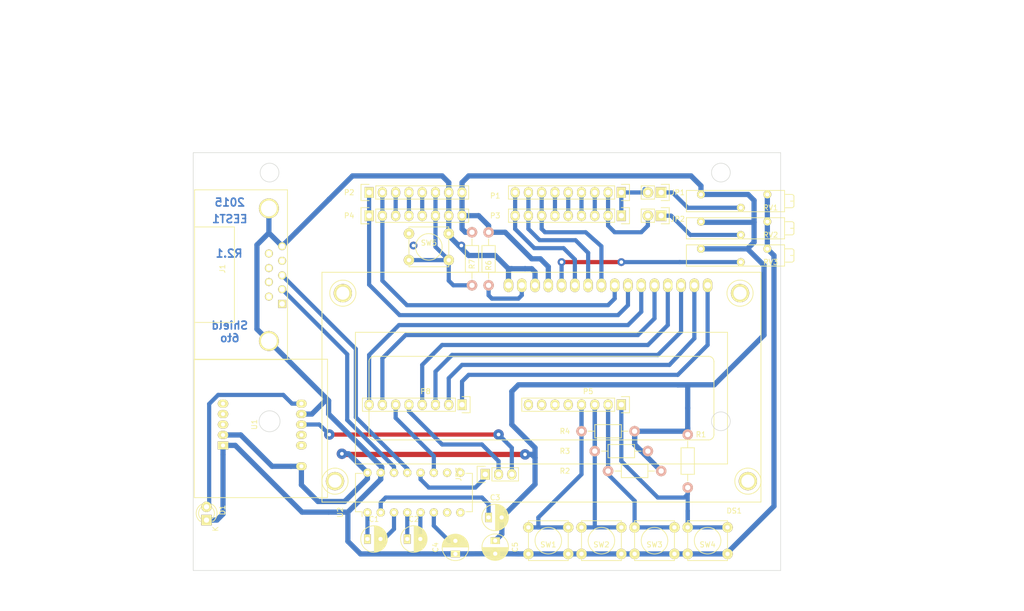
<source format=kicad_pcb>
(kicad_pcb (version 4) (host pcbnew "(2016-02-28 BZR 6599, Git 8522b0d)-product")

  (general
    (links 101)
    (no_connects 1)
    (area 17.908001 24.455 218.185 143.035001)
    (thickness 1.6)
    (drawings 40)
    (tracks 325)
    (zones 0)
    (modules 33)
    (nets 64)
  )

  (page A4)
  (title_block
    (title "Placa adicional TPs 6to año EEST1")
    (date 2015-12-22)
    (rev R1.0)
    (company "Escuela de Educación Secundaria Técnica 1 VL")
  )

  (layers
    (0 F.Cu signal)
    (31 B.Cu signal)
    (32 B.Adhes user)
    (33 F.Adhes user)
    (34 B.Paste user)
    (35 F.Paste user)
    (36 B.SilkS user)
    (37 F.SilkS user)
    (38 B.Mask user)
    (39 F.Mask user)
    (40 Dwgs.User user)
    (41 Cmts.User user)
    (42 Eco1.User user)
    (43 Eco2.User user)
    (44 Edge.Cuts user)
    (45 Margin user)
    (46 B.CrtYd user)
    (47 F.CrtYd user)
    (48 B.Fab user)
    (49 F.Fab user)
  )

  (setup
    (last_trace_width 0.8)
    (trace_clearance 0.5)
    (zone_clearance 0.508)
    (zone_45_only yes)
    (trace_min 0.2)
    (segment_width 0.2)
    (edge_width 0.1)
    (via_size 1.5)
    (via_drill 0.7)
    (via_min_size 0.4)
    (via_min_drill 0.3)
    (uvia_size 0.3)
    (uvia_drill 0.1)
    (uvias_allowed no)
    (uvia_min_size 0.2)
    (uvia_min_drill 0.1)
    (pcb_text_width 0.3)
    (pcb_text_size 1.5 1.5)
    (mod_edge_width 0.15)
    (mod_text_size 1 1)
    (mod_text_width 0.15)
    (pad_size 3.81 5.81)
    (pad_drill 3.048)
    (pad_to_mask_clearance 0)
    (aux_axis_origin 138.43 106.68)
    (grid_origin 55.245 133.35)
    (visible_elements FFFFFFFF)
    (pcbplotparams
      (layerselection 0x00030_ffffffff)
      (usegerberextensions false)
      (excludeedgelayer true)
      (linewidth 0.100000)
      (plotframeref false)
      (viasonmask false)
      (mode 1)
      (useauxorigin false)
      (hpglpennumber 1)
      (hpglpenspeed 20)
      (hpglpendiameter 15)
      (psnegative false)
      (psa4output false)
      (plotreference true)
      (plotvalue true)
      (plotinvisibletext false)
      (padsonsilk false)
      (subtractmaskfromsilk false)
      (outputformat 1)
      (mirror false)
      (drillshape 1)
      (scaleselection 1)
      (outputdirectory ""))
  )

  (net 0 "")
  (net 1 "Net-(C1-Pad1)")
  (net 2 "Net-(C1-Pad2)")
  (net 3 "Net-(C2-Pad1)")
  (net 4 +5V)
  (net 5 GND)
  (net 6 "Net-(C4-Pad2)")
  (net 7 "Net-(DS1-Pad3)")
  (net 8 RS)
  (net 9 R/W)
  (net 10 En)
  (net 11 /RD0)
  (net 12 /RD1)
  (net 13 /RD2)
  (net 14 /RD3)
  (net 15 /RD4)
  (net 16 /RD5)
  (net 17 /RD6)
  (net 18 /RD7)
  (net 19 "Net-(J1-Pad1)")
  (net 20 "Net-(J1-Pad2)")
  (net 21 "Net-(J1-Pad3)")
  (net 22 "Net-(J1-Pad4)")
  (net 23 "Net-(J1-Pad6)")
  (net 24 "Net-(J1-Pad7)")
  (net 25 "Net-(J1-Pad8)")
  (net 26 "Net-(J1-Pad9)")
  (net 27 "Net-(JP1-Pad1)")
  (net 28 /RA0)
  (net 29 "Net-(JP2-Pad1)")
  (net 30 /RA1)
  (net 31 /RB7)
  (net 32 /RB6)
  (net 33 /RB5)
  (net 34 /RB4)
  (net 35 /RB3)
  (net 36 /RB2)
  (net 37 /RB1)
  (net 38 /RB0)
  (net 39 /RA2)
  (net 40 /RA3)
  (net 41 /RA4)
  (net 42 /RA5)
  (net 43 /RE3)
  (net 44 /RC2)
  (net 45 /RC1)
  (net 46 /RC0)
  (net 47 RX)
  (net 48 TX)
  (net 49 "Net-(U1-Pad3)")
  (net 50 "Net-(U1-Pad4)")
  (net 51 "Net-(U1-Pad5)")
  (net 52 "Net-(U1-Pad9)")
  (net 53 "Net-(U1-Pad10)")
  (net 54 "Net-(U2-Pad7)")
  (net 55 "Net-(U2-Pad8)")
  (net 56 "Net-(U2-Pad9)")
  (net 57 "Net-(U2-Pad10)")
  (net 58 "Net-(C2-Pad2)")
  (net 59 "Net-(C3-Pad1)")
  (net 60 "Net-(D1-Pad2)")
  (net 61 PC)
  (net 62 Tarjeta)
  (net 63 /LED+)

  (net_class Default "This is the default net class."
    (clearance 0.5)
    (trace_width 0.8)
    (via_dia 1.5)
    (via_drill 0.7)
    (uvia_dia 0.3)
    (uvia_drill 0.1)
    (add_net /LED+)
    (add_net /RA0)
    (add_net /RA1)
    (add_net /RA2)
    (add_net /RA3)
    (add_net /RA4)
    (add_net /RA5)
    (add_net /RB0)
    (add_net /RB1)
    (add_net /RB2)
    (add_net /RB3)
    (add_net /RB4)
    (add_net /RB5)
    (add_net /RB6)
    (add_net /RB7)
    (add_net /RC0)
    (add_net /RC1)
    (add_net /RC2)
    (add_net /RD0)
    (add_net /RD1)
    (add_net /RD2)
    (add_net /RD3)
    (add_net /RD4)
    (add_net /RD5)
    (add_net /RD6)
    (add_net /RD7)
    (add_net /RE3)
    (add_net En)
    (add_net "Net-(C1-Pad1)")
    (add_net "Net-(C1-Pad2)")
    (add_net "Net-(C2-Pad1)")
    (add_net "Net-(C2-Pad2)")
    (add_net "Net-(C3-Pad1)")
    (add_net "Net-(C4-Pad2)")
    (add_net "Net-(D1-Pad2)")
    (add_net "Net-(DS1-Pad3)")
    (add_net "Net-(J1-Pad1)")
    (add_net "Net-(J1-Pad2)")
    (add_net "Net-(J1-Pad3)")
    (add_net "Net-(J1-Pad4)")
    (add_net "Net-(J1-Pad6)")
    (add_net "Net-(J1-Pad7)")
    (add_net "Net-(J1-Pad8)")
    (add_net "Net-(J1-Pad9)")
    (add_net "Net-(JP1-Pad1)")
    (add_net "Net-(JP2-Pad1)")
    (add_net "Net-(U1-Pad10)")
    (add_net "Net-(U1-Pad3)")
    (add_net "Net-(U1-Pad4)")
    (add_net "Net-(U1-Pad5)")
    (add_net "Net-(U1-Pad9)")
    (add_net "Net-(U2-Pad10)")
    (add_net "Net-(U2-Pad7)")
    (add_net "Net-(U2-Pad8)")
    (add_net "Net-(U2-Pad9)")
    (add_net PC)
    (add_net R/W)
    (add_net RS)
    (add_net RX)
    (add_net TX)
    (add_net Tarjeta)
  )

  (net_class Power ""
    (clearance 0.5)
    (trace_width 1)
    (via_dia 1.5)
    (via_drill 0.7)
    (uvia_dia 0.3)
    (uvia_drill 0.1)
    (add_net +5V)
    (add_net GND)
  )

  (module Connect:DB9FC (layer F.Cu) (tedit 57532A6E) (tstamp 56ED6806)
    (at 70.993 76.835 90)
    (descr "Connecteur DB9 femelle couche")
    (tags "CONN DB9")
    (path /566448E1)
    (fp_text reference J1 (at 1.27 -10.16 90) (layer F.SilkS)
      (effects (font (size 1 1) (thickness 0.15)))
    )
    (fp_text value DB9 (at 1.27 -3.81 90) (layer F.Fab)
      (effects (font (size 1 1) (thickness 0.15)))
    )
    (fp_line (start -16.129 2.286) (end 16.383 2.286) (layer F.SilkS) (width 0.15))
    (fp_line (start 16.383 2.286) (end 16.383 -15.494) (layer F.SilkS) (width 0.15))
    (fp_line (start 16.383 -15.494) (end -16.129 -15.494) (layer F.SilkS) (width 0.15))
    (fp_line (start -16.129 -15.494) (end -16.129 2.286) (layer F.SilkS) (width 0.15))
    (fp_line (start -9.017 -15.494) (end -9.017 -7.874) (layer F.SilkS) (width 0.15))
    (fp_line (start -9.017 -7.874) (end 9.271 -7.874) (layer F.SilkS) (width 0.15))
    (fp_line (start 9.271 -7.874) (end 9.271 -15.494) (layer F.SilkS) (width 0.15))
    (pad 11 thru_hole circle (at 12.827 -1.27 90) (size 3.81 3.81) (drill 3.048) (layers *.Cu *.Mask F.SilkS)
      (net 5 GND))
    (pad 10 thru_hole circle (at -12.573 -1.27 90) (size 3.81 3.81) (drill 3.048) (layers *.Cu *.Mask F.SilkS)
      (net 5 GND))
    (pad 1 thru_hole rect (at -5.461 1.27 90) (size 1.524 1.524) (drill 1.016) (layers *.Cu *.Mask F.SilkS)
      (net 19 "Net-(J1-Pad1)"))
    (pad 2 thru_hole circle (at -2.667 1.27 90) (size 1.524 1.524) (drill 1.016) (layers *.Cu *.Mask F.SilkS)
      (net 20 "Net-(J1-Pad2)"))
    (pad 3 thru_hole circle (at 0 1.27 90) (size 1.524 1.524) (drill 1.016) (layers *.Cu *.Mask F.SilkS)
      (net 21 "Net-(J1-Pad3)"))
    (pad 4 thru_hole circle (at 2.794 1.27 90) (size 1.524 1.524) (drill 1.016) (layers *.Cu *.Mask F.SilkS)
      (net 22 "Net-(J1-Pad4)"))
    (pad 5 thru_hole circle (at 5.588 1.27 90) (size 1.524 1.524) (drill 1.016) (layers *.Cu *.Mask F.SilkS)
      (net 5 GND))
    (pad 6 thru_hole circle (at -4.064 -1.27 90) (size 1.524 1.524) (drill 1.016) (layers *.Cu *.Mask F.SilkS)
      (net 23 "Net-(J1-Pad6)"))
    (pad 7 thru_hole circle (at -1.27 -1.27 90) (size 1.524 1.524) (drill 1.016) (layers *.Cu *.Mask F.SilkS)
      (net 24 "Net-(J1-Pad7)"))
    (pad 8 thru_hole circle (at 1.397 -1.27 90) (size 1.524 1.524) (drill 1.016) (layers *.Cu *.Mask F.SilkS)
      (net 25 "Net-(J1-Pad8)"))
    (pad 9 thru_hole circle (at 4.191 -1.27 90) (size 1.524 1.524) (drill 1.016) (layers *.Cu *.Mask F.SilkS)
      (net 26 "Net-(J1-Pad9)"))
    (model Connect.3dshapes/DB9FC.wrl
      (at (xyz 0 0 0))
      (scale (xyz 1 1 1))
      (rotate (xyz 0 0 0))
    )
  )

  (module Librerias:ID12-LA (layer F.Cu) (tedit 56854619) (tstamp 567647FE)
    (at 67.945 104.394 90)
    (path /566A10F5)
    (fp_text reference U1 (at -1 -1 90) (layer F.SilkS)
      (effects (font (size 1 1) (thickness 0.15)))
    )
    (fp_text value ID-12LA (at 0 1 90) (layer F.Fab)
      (effects (font (size 1 1) (thickness 0.15)))
    )
    (fp_line (start 11.5 13) (end 11.5 -12.5) (layer F.SilkS) (width 0.15))
    (fp_line (start -15 13) (end 11.5 13) (layer F.SilkS) (width 0.15))
    (fp_line (start -15 -12.5) (end -15 13) (layer F.SilkS) (width 0.15))
    (fp_line (start 11.5 -12.5) (end -15 -12.5) (layer F.SilkS) (width 0.15))
    (pad 1 thru_hole rect (at -5 -7 90) (size 1.524 2) (drill 0.762) (layers *.Cu *.Mask F.SilkS)
      (net 5 GND))
    (pad 2 thru_hole oval (at -3 -7 90) (size 1.524 2) (drill 0.762) (layers *.Cu *.Mask F.SilkS)
      (net 4 +5V))
    (pad 3 thru_hole oval (at -1 -7 90) (size 1.524 2) (drill 0.762) (layers *.Cu *.Mask F.SilkS)
      (net 49 "Net-(U1-Pad3)"))
    (pad 4 thru_hole oval (at 1 -7 90) (size 1.524 2) (drill 0.762) (layers *.Cu *.Mask F.SilkS)
      (net 50 "Net-(U1-Pad4)"))
    (pad 5 thru_hole oval (at 3 -7 90) (size 1.524 2) (drill 0.762) (layers *.Cu *.Mask F.SilkS)
      (net 51 "Net-(U1-Pad5)"))
    (pad 6 thru_hole oval (at 3 8 90) (size 1.524 2) (drill 0.762) (layers *.Cu *.Mask F.SilkS)
      (net 60 "Net-(D1-Pad2)"))
    (pad 7 thru_hole oval (at 1 8 90) (size 1.524 2) (drill 0.762) (layers *.Cu *.Mask F.SilkS)
      (net 5 GND))
    (pad 8 thru_hole oval (at -1 8 90) (size 1.524 2) (drill 0.762) (layers *.Cu *.Mask F.SilkS)
      (net 62 Tarjeta))
    (pad 9 thru_hole oval (at -3 8 90) (size 1.524 2) (drill 0.762) (layers *.Cu *.Mask F.SilkS)
      (net 52 "Net-(U1-Pad9)"))
    (pad 10 thru_hole oval (at -5 8 90) (size 1.524 2) (drill 0.762) (layers *.Cu *.Mask F.SilkS)
      (net 53 "Net-(U1-Pad10)"))
    (pad 11 thru_hole oval (at -9 8 90) (size 1.524 2) (drill 0.762) (layers *.Cu *.Mask F.SilkS)
      (net 4 +5V))
    (model /home/esteban/kicad/Modulos/3D/ID-12LA_probando_texturas2.wrl
      (at (xyz 0.456 0.496 0.05))
      (scale (xyz 0.393701 0.393701 0.393701))
      (rotate (xyz 0 0 180))
    )
  )

  (module Housings_DIP:DIP-16_W7.62mm (layer F.Cu) (tedit 54130A77) (tstamp 5675DAC9)
    (at 88.5825 122.2375 90)
    (descr "16-lead dip package, row spacing 7.62 mm (300 mils)")
    (tags "dil dip 2.54 300")
    (path /566F5081)
    (fp_text reference U2 (at 0 -5.22 90) (layer F.SilkS)
      (effects (font (size 1 1) (thickness 0.15)))
    )
    (fp_text value MAX232 (at 0 -3.72 90) (layer F.Fab)
      (effects (font (size 1 1) (thickness 0.15)))
    )
    (fp_line (start -1.05 -2.45) (end -1.05 20.25) (layer F.CrtYd) (width 0.05))
    (fp_line (start 8.65 -2.45) (end 8.65 20.25) (layer F.CrtYd) (width 0.05))
    (fp_line (start -1.05 -2.45) (end 8.65 -2.45) (layer F.CrtYd) (width 0.05))
    (fp_line (start -1.05 20.25) (end 8.65 20.25) (layer F.CrtYd) (width 0.05))
    (fp_line (start 0.135 -2.295) (end 0.135 -1.025) (layer F.SilkS) (width 0.15))
    (fp_line (start 7.485 -2.295) (end 7.485 -1.025) (layer F.SilkS) (width 0.15))
    (fp_line (start 7.485 20.075) (end 7.485 18.805) (layer F.SilkS) (width 0.15))
    (fp_line (start 0.135 20.075) (end 0.135 18.805) (layer F.SilkS) (width 0.15))
    (fp_line (start 0.135 -2.295) (end 7.485 -2.295) (layer F.SilkS) (width 0.15))
    (fp_line (start 0.135 20.075) (end 7.485 20.075) (layer F.SilkS) (width 0.15))
    (fp_line (start 0.135 -1.025) (end -0.8 -1.025) (layer F.SilkS) (width 0.15))
    (pad 1 thru_hole oval (at 0 0 90) (size 1.6 1.6) (drill 0.8) (layers *.Cu *.Mask F.SilkS)
      (net 1 "Net-(C1-Pad1)"))
    (pad 2 thru_hole oval (at 0 2.54 90) (size 1.6 1.6) (drill 0.8) (layers *.Cu *.Mask F.SilkS)
      (net 59 "Net-(C3-Pad1)"))
    (pad 3 thru_hole oval (at 0 5.08 90) (size 1.6 1.6) (drill 0.8) (layers *.Cu *.Mask F.SilkS)
      (net 2 "Net-(C1-Pad2)"))
    (pad 4 thru_hole oval (at 0 7.62 90) (size 1.6 1.6) (drill 0.8) (layers *.Cu *.Mask F.SilkS)
      (net 3 "Net-(C2-Pad1)"))
    (pad 5 thru_hole oval (at 0 10.16 90) (size 1.6 1.6) (drill 0.8) (layers *.Cu *.Mask F.SilkS)
      (net 58 "Net-(C2-Pad2)"))
    (pad 6 thru_hole oval (at 0 12.7 90) (size 1.6 1.6) (drill 0.8) (layers *.Cu *.Mask F.SilkS)
      (net 6 "Net-(C4-Pad2)"))
    (pad 7 thru_hole oval (at 0 15.24 90) (size 1.6 1.6) (drill 0.8) (layers *.Cu *.Mask F.SilkS)
      (net 54 "Net-(U2-Pad7)"))
    (pad 8 thru_hole oval (at 0 17.78 90) (size 1.6 1.6) (drill 0.8) (layers *.Cu *.Mask F.SilkS)
      (net 55 "Net-(U2-Pad8)"))
    (pad 9 thru_hole oval (at 7.62 17.78 90) (size 1.6 1.6) (drill 0.8) (layers *.Cu *.Mask F.SilkS)
      (net 56 "Net-(U2-Pad9)"))
    (pad 10 thru_hole oval (at 7.62 15.24 90) (size 1.6 1.6) (drill 0.8) (layers *.Cu *.Mask F.SilkS)
      (net 57 "Net-(U2-Pad10)"))
    (pad 11 thru_hole oval (at 7.62 12.7 90) (size 1.6 1.6) (drill 0.8) (layers *.Cu *.Mask F.SilkS)
      (net 48 TX))
    (pad 12 thru_hole oval (at 7.62 10.16 90) (size 1.6 1.6) (drill 0.8) (layers *.Cu *.Mask F.SilkS)
      (net 61 PC))
    (pad 13 thru_hole oval (at 7.62 7.62 90) (size 1.6 1.6) (drill 0.8) (layers *.Cu *.Mask F.SilkS)
      (net 21 "Net-(J1-Pad3)"))
    (pad 14 thru_hole oval (at 7.62 5.08 90) (size 1.6 1.6) (drill 0.8) (layers *.Cu *.Mask F.SilkS)
      (net 20 "Net-(J1-Pad2)"))
    (pad 15 thru_hole oval (at 7.62 2.54 90) (size 1.6 1.6) (drill 0.8) (layers *.Cu *.Mask F.SilkS)
      (net 5 GND))
    (pad 16 thru_hole oval (at 7.62 0 90) (size 1.6 1.6) (drill 0.8) (layers *.Cu *.Mask F.SilkS)
      (net 4 +5V))
    (model Housings_DIP.3dshapes/DIP-16_W7.62mm.wrl
      (at (xyz 0 0 0))
      (scale (xyz 1 1 1))
      (rotate (xyz 0 0 0))
    )
  )

  (module Display:RC1602A (layer F.Cu) (tedit 5679D779) (tstamp 5671E9BB)
    (at 120.65 78.74 180)
    (descr http://www.raystar-optronics.com/down.php?ProID=18)
    (tags "LCD 16x2 Alphanumeric 16pin")
    (path /56644880)
    (fp_text reference DS1 (at -38.1 -43.18 180) (layer F.SilkS)
      (effects (font (size 1 1) (thickness 0.15)))
    )
    (fp_text value LCD16X2 (at -40.005 -27.94 270) (layer F.Fab)
      (effects (font (size 1 1) (thickness 0.15)))
    )
    (fp_line (start -34.2265 -14.60246) (end -34.2265 -28.60294) (layer F.SilkS) (width 0.15))
    (fp_line (start 30.77464 -13.60424) (end -33.22574 -13.60424) (layer F.SilkS) (width 0.15))
    (fp_line (start 31.77286 -28.60294) (end 31.77286 -14.60246) (layer F.SilkS) (width 0.15))
    (fp_line (start -33.22574 -29.6037) (end 30.77464 -29.6037) (layer F.SilkS) (width 0.15))
    (fp_arc (start 30.77464 -28.60294) (end 30.77464 -29.6037) (angle 90) (layer F.SilkS) (width 0.15))
    (fp_arc (start 30.77464 -14.60246) (end 31.77286 -14.60246) (angle 90) (layer F.SilkS) (width 0.15))
    (fp_arc (start -33.22574 -14.60246) (end -33.22574 -13.60424) (angle 90) (layer F.SilkS) (width 0.15))
    (fp_arc (start -33.22574 -28.60294) (end -34.2265 -28.60294) (angle 90) (layer F.SilkS) (width 0.15))
    (fp_line (start -36.82492 -34.20364) (end 34.37382 -34.20364) (layer F.SilkS) (width 0.15))
    (fp_line (start 34.37382 -34.20364) (end 34.37382 -9.0043) (layer F.SilkS) (width 0.15))
    (fp_line (start 34.37382 -9.0043) (end -36.82492 -9.0043) (layer F.SilkS) (width 0.15))
    (fp_line (start -36.82492 -9.0043) (end -36.82492 -34.20364) (layer F.SilkS) (width 0.15))
    (fp_circle (center -40.72636 -37.5031) (end -38.22446 -37.5031) (layer F.SilkS) (width 0.15))
    (fp_circle (center 38.27526 -37.5031) (end 40.77462 -37.5031) (layer F.SilkS) (width 0.15))
    (fp_circle (center 36.77412 -1.50368) (end 39.27348 -1.50368) (layer F.SilkS) (width 0.15))
    (fp_circle (center -39.22522 -1.50368) (end -36.72586 -1.50368) (layer F.SilkS) (width 0.15))
    (fp_line (start 40.77462 -41.5036) (end 40.77462 2.49682) (layer F.SilkS) (width 0.15))
    (fp_line (start 40.77462 2.49682) (end -43.22572 2.49682) (layer F.SilkS) (width 0.15))
    (fp_line (start 40.77462 -41.5036) (end -43.22572 -41.5036) (layer F.SilkS) (width 0.15))
    (fp_line (start -43.22572 -41.5036) (end -43.22572 2.49682) (layer F.SilkS) (width 0.15))
    (pad 1 thru_hole oval (at 0 0 180) (size 1.8 2.6) (drill 1.2) (layers *.Cu *.Mask F.SilkS)
      (net 5 GND))
    (pad 2 thru_hole oval (at -2.54 0 180) (size 1.8 2.6) (drill 1.2) (layers *.Cu *.Mask F.SilkS)
      (net 4 +5V))
    (pad 3 thru_hole oval (at -5.08 0 180) (size 1.8 2.6) (drill 1.2) (layers *.Cu *.Mask F.SilkS)
      (net 7 "Net-(DS1-Pad3)"))
    (pad 4 thru_hole oval (at -7.62 0 180) (size 1.8 2.6) (drill 1.2) (layers *.Cu *.Mask F.SilkS)
      (net 8 RS))
    (pad 5 thru_hole oval (at -10.16 0 180) (size 1.8 2.6) (drill 1.2) (layers *.Cu *.Mask F.SilkS)
      (net 9 R/W))
    (pad 6 thru_hole oval (at -12.7 0 180) (size 1.8 2.6) (drill 1.2) (layers *.Cu *.Mask F.SilkS)
      (net 10 En))
    (pad 7 thru_hole oval (at -15.24 0 180) (size 1.8 2.6) (drill 1.2) (layers *.Cu *.Mask F.SilkS)
      (net 11 /RD0))
    (pad 8 thru_hole oval (at -17.78 0 180) (size 1.8 2.6) (drill 1.2) (layers *.Cu *.Mask F.SilkS)
      (net 12 /RD1))
    (pad 9 thru_hole oval (at -20.32 0 180) (size 1.8 2.6) (drill 1.2) (layers *.Cu *.Mask F.SilkS)
      (net 13 /RD2))
    (pad 10 thru_hole oval (at -22.86 0 180) (size 1.8 2.6) (drill 1.2) (layers *.Cu *.Mask F.SilkS)
      (net 14 /RD3))
    (pad 11 thru_hole oval (at -25.4 0 180) (size 1.8 2.6) (drill 1.2) (layers *.Cu *.Mask F.SilkS)
      (net 15 /RD4))
    (pad 12 thru_hole oval (at -27.94 0 180) (size 1.8 2.6) (drill 1.2) (layers *.Cu *.Mask F.SilkS)
      (net 16 /RD5))
    (pad 13 thru_hole oval (at -30.48508 -0.00254 180) (size 1.8 2.6) (drill 1.2) (layers *.Cu *.Mask F.SilkS)
      (net 17 /RD6))
    (pad 14 thru_hole oval (at -33.02 0 180) (size 1.8 2.6) (drill 1.2) (layers *.Cu *.Mask F.SilkS)
      (net 18 /RD7))
    (pad 15 thru_hole oval (at 2.54 0 180) (size 1.8 2.6) (drill 1.2) (layers *.Cu *.Mask F.SilkS)
      (net 63 /LED+))
    (pad 16 thru_hole oval (at 5.08 0 180) (size 1.8 2.6) (drill 1.2) (layers *.Cu *.Mask F.SilkS)
      (net 5 GND))
    (pad 0 thru_hole circle (at -39.22522 -1.50368 180) (size 3.5 3.5) (drill 2.5) (layers *.Cu *.Mask F.SilkS))
    (pad 0 thru_hole circle (at -40.72636 -37.5031 180) (size 3.5 3.5) (drill 2.5) (layers *.Cu *.Mask F.SilkS))
    (pad 0 thru_hole circle (at 38.27526 -37.5031 180) (size 3.5 3.5) (drill 2.5) (layers *.Cu *.Mask F.SilkS))
    (pad 0 thru_hole circle (at 36.77412 -1.50368 180) (size 3.5 3.5) (drill 2.5) (layers *.Cu *.Mask F.SilkS))
    (model /home/esteban/kicad/Librerias/indicators/lcd_16x2_nmtc-s16205dfyhsay.wrl
      (at (xyz -0.035 0.6 0))
      (scale (xyz 1 1 1))
      (rotate (xyz 0 0 0))
    )
  )

  (module Pin_Headers:Pin_Header_Straight_1x02 (layer F.Cu) (tedit 5679D61A) (tstamp 5671E9E5)
    (at 144.78 60.96 270)
    (descr "Through hole pin header")
    (tags "pin header")
    (path /5664570D)
    (fp_text reference JP1 (at 0 -3.175 360) (layer F.SilkS)
      (effects (font (size 1 1) (thickness 0.15)))
    )
    (fp_text value JUMPER (at -3.175 1.27 360) (layer F.Fab)
      (effects (font (size 1 1) (thickness 0.15)))
    )
    (fp_line (start 1.27 1.27) (end 1.27 3.81) (layer F.SilkS) (width 0.15))
    (fp_line (start 1.55 -1.55) (end 1.55 0) (layer F.SilkS) (width 0.15))
    (fp_line (start -1.75 -1.75) (end -1.75 4.3) (layer F.CrtYd) (width 0.05))
    (fp_line (start 1.75 -1.75) (end 1.75 4.3) (layer F.CrtYd) (width 0.05))
    (fp_line (start -1.75 -1.75) (end 1.75 -1.75) (layer F.CrtYd) (width 0.05))
    (fp_line (start -1.75 4.3) (end 1.75 4.3) (layer F.CrtYd) (width 0.05))
    (fp_line (start 1.27 1.27) (end -1.27 1.27) (layer F.SilkS) (width 0.15))
    (fp_line (start -1.55 0) (end -1.55 -1.55) (layer F.SilkS) (width 0.15))
    (fp_line (start -1.55 -1.55) (end 1.55 -1.55) (layer F.SilkS) (width 0.15))
    (fp_line (start -1.27 1.27) (end -1.27 3.81) (layer F.SilkS) (width 0.15))
    (fp_line (start -1.27 3.81) (end 1.27 3.81) (layer F.SilkS) (width 0.15))
    (pad 1 thru_hole rect (at 0 0 270) (size 2.032 2.032) (drill 1.016) (layers *.Cu *.Mask F.SilkS)
      (net 27 "Net-(JP1-Pad1)"))
    (pad 2 thru_hole oval (at 0 2.54 270) (size 2.032 2.032) (drill 1.016) (layers *.Cu *.Mask F.SilkS)
      (net 28 /RA0))
    (model Pin_Headers.3dshapes/Pin_Header_Straight_1x02.wrl
      (at (xyz 0 -0.05 0))
      (scale (xyz 1 1 1))
      (rotate (xyz 0 0 90))
    )
  )

  (module Pin_Headers:Pin_Header_Straight_1x02 (layer F.Cu) (tedit 5679D630) (tstamp 5671E9F6)
    (at 144.78 65.405 270)
    (descr "Through hole pin header")
    (tags "pin header")
    (path /56645757)
    (fp_text reference JP2 (at 0.635 -3.175 360) (layer F.SilkS)
      (effects (font (size 1 1) (thickness 0.15)))
    )
    (fp_text value JUMPER (at 3.175 1.905 360) (layer F.Fab)
      (effects (font (size 1 1) (thickness 0.15)))
    )
    (fp_line (start 1.27 1.27) (end 1.27 3.81) (layer F.SilkS) (width 0.15))
    (fp_line (start 1.55 -1.55) (end 1.55 0) (layer F.SilkS) (width 0.15))
    (fp_line (start -1.75 -1.75) (end -1.75 4.3) (layer F.CrtYd) (width 0.05))
    (fp_line (start 1.75 -1.75) (end 1.75 4.3) (layer F.CrtYd) (width 0.05))
    (fp_line (start -1.75 -1.75) (end 1.75 -1.75) (layer F.CrtYd) (width 0.05))
    (fp_line (start -1.75 4.3) (end 1.75 4.3) (layer F.CrtYd) (width 0.05))
    (fp_line (start 1.27 1.27) (end -1.27 1.27) (layer F.SilkS) (width 0.15))
    (fp_line (start -1.55 0) (end -1.55 -1.55) (layer F.SilkS) (width 0.15))
    (fp_line (start -1.55 -1.55) (end 1.55 -1.55) (layer F.SilkS) (width 0.15))
    (fp_line (start -1.27 1.27) (end -1.27 3.81) (layer F.SilkS) (width 0.15))
    (fp_line (start -1.27 3.81) (end 1.27 3.81) (layer F.SilkS) (width 0.15))
    (pad 1 thru_hole rect (at 0 0 270) (size 2.032 2.032) (drill 1.016) (layers *.Cu *.Mask F.SilkS)
      (net 29 "Net-(JP2-Pad1)"))
    (pad 2 thru_hole oval (at 0 2.54 270) (size 2.032 2.032) (drill 1.016) (layers *.Cu *.Mask F.SilkS)
      (net 30 /RA1))
    (model Pin_Headers.3dshapes/Pin_Header_Straight_1x02.wrl
      (at (xyz 0 -0.05 0))
      (scale (xyz 1 1 1))
      (rotate (xyz 0 0 90))
    )
  )

  (module Socket_Strips:Socket_Strip_Straight_1x09 (layer F.Cu) (tedit 5679D602) (tstamp 5671EA3C)
    (at 137.16 65.405 180)
    (descr "Through hole socket strip")
    (tags "socket strip")
    (path /56647247)
    (fp_text reference P3 (at 24.13 0 180) (layer F.SilkS)
      (effects (font (size 1 1) (thickness 0.15)))
    )
    (fp_text value CONN_9 (at 25.4 1.905 180) (layer F.Fab)
      (effects (font (size 1 1) (thickness 0.15)))
    )
    (fp_line (start -1.75 -1.75) (end -1.75 1.75) (layer F.CrtYd) (width 0.05))
    (fp_line (start 22.1 -1.75) (end 22.1 1.75) (layer F.CrtYd) (width 0.05))
    (fp_line (start -1.75 -1.75) (end 22.1 -1.75) (layer F.CrtYd) (width 0.05))
    (fp_line (start -1.75 1.75) (end 22.1 1.75) (layer F.CrtYd) (width 0.05))
    (fp_line (start 1.27 1.27) (end 21.59 1.27) (layer F.SilkS) (width 0.15))
    (fp_line (start 21.59 1.27) (end 21.59 -1.27) (layer F.SilkS) (width 0.15))
    (fp_line (start 21.59 -1.27) (end 1.27 -1.27) (layer F.SilkS) (width 0.15))
    (fp_line (start -1.55 1.55) (end 0 1.55) (layer F.SilkS) (width 0.15))
    (fp_line (start 1.27 1.27) (end 1.27 -1.27) (layer F.SilkS) (width 0.15))
    (fp_line (start 0 -1.55) (end -1.55 -1.55) (layer F.SilkS) (width 0.15))
    (fp_line (start -1.55 -1.55) (end -1.55 1.55) (layer F.SilkS) (width 0.15))
    (pad 1 thru_hole rect (at 0 0 180) (size 1.7272 2.032) (drill 1.016) (layers *.Cu *.Mask F.SilkS)
      (net 28 /RA0))
    (pad 2 thru_hole oval (at 2.54 0 180) (size 1.7272 2.032) (drill 1.016) (layers *.Cu *.Mask F.SilkS)
      (net 30 /RA1))
    (pad 3 thru_hole oval (at 5.08 0 180) (size 1.7272 2.032) (drill 1.016) (layers *.Cu *.Mask F.SilkS)
      (net 39 /RA2))
    (pad 4 thru_hole oval (at 7.62 0 180) (size 1.7272 2.032) (drill 1.016) (layers *.Cu *.Mask F.SilkS)
      (net 40 /RA3))
    (pad 5 thru_hole oval (at 10.16 0 180) (size 1.7272 2.032) (drill 1.016) (layers *.Cu *.Mask F.SilkS)
      (net 41 /RA4))
    (pad 6 thru_hole oval (at 12.7 0 180) (size 1.7272 2.032) (drill 1.016) (layers *.Cu *.Mask F.SilkS)
      (net 42 /RA5))
    (pad 7 thru_hole oval (at 15.24 0 180) (size 1.7272 2.032) (drill 1.016) (layers *.Cu *.Mask F.SilkS)
      (net 10 En))
    (pad 8 thru_hole oval (at 17.78 0 180) (size 1.7272 2.032) (drill 1.016) (layers *.Cu *.Mask F.SilkS)
      (net 9 R/W))
    (pad 9 thru_hole oval (at 20.32 0 180) (size 1.7272 2.032) (drill 1.016) (layers *.Cu *.Mask F.SilkS)
      (net 8 RS))
    (model Socket_Strips.3dshapes/Socket_Strip_Straight_1x09.wrl
      (at (xyz 0.4 0 0))
      (scale (xyz 1 1 1))
      (rotate (xyz 0 0 180))
    )
  )

  (module Socket_Strips:Socket_Strip_Straight_1x08 (layer F.Cu) (tedit 5679D74D) (tstamp 5671EA6B)
    (at 137.16 101.6 180)
    (descr "Through hole socket strip")
    (tags "socket strip")
    (path /56645AF8)
    (fp_text reference P5 (at 6.35 2.54 180) (layer F.SilkS)
      (effects (font (size 1 1) (thickness 0.15)))
    )
    (fp_text value CONN_8 (at 0.635 2.54 180) (layer F.Fab)
      (effects (font (size 1 1) (thickness 0.15)))
    )
    (fp_line (start -1.75 -1.75) (end -1.75 1.75) (layer F.CrtYd) (width 0.05))
    (fp_line (start 19.55 -1.75) (end 19.55 1.75) (layer F.CrtYd) (width 0.05))
    (fp_line (start -1.75 -1.75) (end 19.55 -1.75) (layer F.CrtYd) (width 0.05))
    (fp_line (start -1.75 1.75) (end 19.55 1.75) (layer F.CrtYd) (width 0.05))
    (fp_line (start 1.27 1.27) (end 19.05 1.27) (layer F.SilkS) (width 0.15))
    (fp_line (start 19.05 1.27) (end 19.05 -1.27) (layer F.SilkS) (width 0.15))
    (fp_line (start 19.05 -1.27) (end 1.27 -1.27) (layer F.SilkS) (width 0.15))
    (fp_line (start -1.55 1.55) (end 0 1.55) (layer F.SilkS) (width 0.15))
    (fp_line (start 1.27 1.27) (end 1.27 -1.27) (layer F.SilkS) (width 0.15))
    (fp_line (start 0 -1.55) (end -1.55 -1.55) (layer F.SilkS) (width 0.15))
    (fp_line (start -1.55 -1.55) (end -1.55 1.55) (layer F.SilkS) (width 0.15))
    (pad 1 thru_hole rect (at 0 0 180) (size 1.7272 2.032) (drill 1.016) (layers *.Cu *.Mask F.SilkS)
      (net 31 /RB7))
    (pad 2 thru_hole oval (at 2.54 0 180) (size 1.7272 2.032) (drill 1.016) (layers *.Cu *.Mask F.SilkS)
      (net 32 /RB6))
    (pad 3 thru_hole oval (at 5.08 0 180) (size 1.7272 2.032) (drill 1.016) (layers *.Cu *.Mask F.SilkS)
      (net 33 /RB5))
    (pad 4 thru_hole oval (at 7.62 0 180) (size 1.7272 2.032) (drill 1.016) (layers *.Cu *.Mask F.SilkS)
      (net 34 /RB4))
    (pad 5 thru_hole oval (at 10.16 0 180) (size 1.7272 2.032) (drill 1.016) (layers *.Cu *.Mask F.SilkS)
      (net 35 /RB3))
    (pad 6 thru_hole oval (at 12.7 0 180) (size 1.7272 2.032) (drill 1.016) (layers *.Cu *.Mask F.SilkS)
      (net 36 /RB2))
    (pad 7 thru_hole oval (at 15.24 0 180) (size 1.7272 2.032) (drill 1.016) (layers *.Cu *.Mask F.SilkS)
      (net 37 /RB1))
    (pad 8 thru_hole oval (at 17.78 0 180) (size 1.7272 2.032) (drill 1.016) (layers *.Cu *.Mask F.SilkS)
      (net 38 /RB0))
    (model Socket_Strips.3dshapes/Socket_Strip_Straight_1x08.wrl
      (at (xyz 0.35 0 0))
      (scale (xyz 1 1 1))
      (rotate (xyz 0 0 180))
    )
  )

  (module Socket_Strips:Socket_Strip_Straight_1x08 (layer F.Cu) (tedit 5679D763) (tstamp 5671EAB0)
    (at 106.68 101.6 180)
    (descr "Through hole socket strip")
    (tags "socket strip")
    (path /56648383)
    (fp_text reference P8 (at 6.985 2.54 180) (layer F.SilkS)
      (effects (font (size 1 1) (thickness 0.15)))
    )
    (fp_text value CONN_8 (at 1.27 2.54 180) (layer F.Fab)
      (effects (font (size 1 1) (thickness 0.15)))
    )
    (fp_line (start -1.75 -1.75) (end -1.75 1.75) (layer F.CrtYd) (width 0.05))
    (fp_line (start 19.55 -1.75) (end 19.55 1.75) (layer F.CrtYd) (width 0.05))
    (fp_line (start -1.75 -1.75) (end 19.55 -1.75) (layer F.CrtYd) (width 0.05))
    (fp_line (start -1.75 1.75) (end 19.55 1.75) (layer F.CrtYd) (width 0.05))
    (fp_line (start 1.27 1.27) (end 19.05 1.27) (layer F.SilkS) (width 0.15))
    (fp_line (start 19.05 1.27) (end 19.05 -1.27) (layer F.SilkS) (width 0.15))
    (fp_line (start 19.05 -1.27) (end 1.27 -1.27) (layer F.SilkS) (width 0.15))
    (fp_line (start -1.55 1.55) (end 0 1.55) (layer F.SilkS) (width 0.15))
    (fp_line (start 1.27 1.27) (end 1.27 -1.27) (layer F.SilkS) (width 0.15))
    (fp_line (start 0 -1.55) (end -1.55 -1.55) (layer F.SilkS) (width 0.15))
    (fp_line (start -1.55 -1.55) (end -1.55 1.55) (layer F.SilkS) (width 0.15))
    (pad 1 thru_hole rect (at 0 0 180) (size 1.7272 2.032) (drill 1.016) (layers *.Cu *.Mask F.SilkS)
      (net 18 /RD7))
    (pad 2 thru_hole oval (at 2.54 0 180) (size 1.7272 2.032) (drill 1.016) (layers *.Cu *.Mask F.SilkS)
      (net 17 /RD6))
    (pad 3 thru_hole oval (at 5.08 0 180) (size 1.7272 2.032) (drill 1.016) (layers *.Cu *.Mask F.SilkS)
      (net 16 /RD5))
    (pad 4 thru_hole oval (at 7.62 0 180) (size 1.7272 2.032) (drill 1.016) (layers *.Cu *.Mask F.SilkS)
      (net 15 /RD4))
    (pad 5 thru_hole oval (at 10.16 0 180) (size 1.7272 2.032) (drill 1.016) (layers *.Cu *.Mask F.SilkS)
      (net 47 RX))
    (pad 6 thru_hole oval (at 12.7 0 180) (size 1.7272 2.032) (drill 1.016) (layers *.Cu *.Mask F.SilkS)
      (net 48 TX))
    (pad 7 thru_hole oval (at 15.24 0 180) (size 1.7272 2.032) (drill 1.016) (layers *.Cu *.Mask F.SilkS)
      (net 14 /RD3))
    (pad 8 thru_hole oval (at 17.78 0 180) (size 1.7272 2.032) (drill 1.016) (layers *.Cu *.Mask F.SilkS)
      (net 13 /RD2))
    (model Socket_Strips.3dshapes/Socket_Strip_Straight_1x08.wrl
      (at (xyz 0.35 0 0))
      (scale (xyz 1 1 1))
      (rotate (xyz 0 0 180))
    )
  )

  (module Potentiometers:Potentiometer_Bourns_3005_Angular_ScrewFront (layer F.Cu) (tedit 5679D67F) (tstamp 5671EAC2)
    (at 152.4 61.341 180)
    (descr "3/4, Rectangular, Trimpot, Trimming, Potentiometer, Bourns, 3005")
    (tags "3/4, Rectangular, Trimpot, Trimming, Potentiometer, 3005")
    (path /5664508A)
    (fp_text reference RV1 (at -13.335 -2.54 180) (layer F.SilkS)
      (effects (font (size 1 1) (thickness 0.15)))
    )
    (fp_text value 10K (at -3.81 0 180) (layer F.Fab)
      (effects (font (size 1 1) (thickness 0.15)))
    )
    (fp_line (start -17.526 -2.54) (end -17.78 -2.286) (layer F.SilkS) (width 0.15))
    (fp_line (start -17.78 -2.286) (end -17.78 -1.27) (layer F.SilkS) (width 0.15))
    (fp_line (start -17.78 -1.27) (end -17.78 -0.254) (layer F.SilkS) (width 0.15))
    (fp_line (start -17.78 -0.254) (end -17.526 0) (layer F.SilkS) (width 0.15))
    (fp_line (start -16.129 -2.54) (end -17.399 -2.54) (layer F.SilkS) (width 0.15))
    (fp_line (start -16.129 0) (end -17.399 0) (layer F.SilkS) (width 0.15))
    (fp_line (start -17.653 -1.27) (end -17.145 -1.27) (layer F.SilkS) (width 0.15))
    (fp_line (start -16.002 0.762) (end -16.002 -3.302) (layer F.SilkS) (width 0.15))
    (fp_line (start 2.794 0.762) (end 2.794 -3.302) (layer F.SilkS) (width 0.15))
    (fp_line (start -16.002 0.762) (end 2.794 0.762) (layer F.SilkS) (width 0.15))
    (fp_line (start 2.794 -3.302) (end -16.002 -3.302) (layer F.SilkS) (width 0.15))
    (pad 3 thru_hole circle (at -12.7 0 180) (size 1.524 1.524) (drill 0.762) (layers *.Cu *.Mask F.SilkS)
      (net 5 GND))
    (pad 2 thru_hole circle (at -7.62 -2.54 180) (size 1.524 1.524) (drill 0.762) (layers *.Cu *.Mask F.SilkS)
      (net 27 "Net-(JP1-Pad1)"))
    (pad 1 thru_hole circle (at 0 0 180) (size 1.524 1.524) (drill 0.762) (layers *.Cu *.Mask F.SilkS)
      (net 4 +5V))
    (model Potentiometers.3dshapes/Potentiometer_Bourns_3005_Angular_ScrewFront.wrl
      (at (xyz 0 0 0))
      (scale (xyz 1 1 1))
      (rotate (xyz 0 0 0))
    )
  )

  (module Potentiometers:Potentiometer_Bourns_3005_Angular_ScrewFront (layer F.Cu) (tedit 5679D67B) (tstamp 5671EAD4)
    (at 152.4 66.548 180)
    (descr "3/4, Rectangular, Trimpot, Trimming, Potentiometer, Bourns, 3005")
    (tags "3/4, Rectangular, Trimpot, Trimming, Potentiometer, 3005")
    (path /56645751)
    (fp_text reference RV2 (at -13.335 -2.54 180) (layer F.SilkS)
      (effects (font (size 1 1) (thickness 0.15)))
    )
    (fp_text value 10K (at -3.81 0 180) (layer F.Fab)
      (effects (font (size 1 1) (thickness 0.15)))
    )
    (fp_line (start -17.526 -2.54) (end -17.78 -2.286) (layer F.SilkS) (width 0.15))
    (fp_line (start -17.78 -2.286) (end -17.78 -1.27) (layer F.SilkS) (width 0.15))
    (fp_line (start -17.78 -1.27) (end -17.78 -0.254) (layer F.SilkS) (width 0.15))
    (fp_line (start -17.78 -0.254) (end -17.526 0) (layer F.SilkS) (width 0.15))
    (fp_line (start -16.129 -2.54) (end -17.399 -2.54) (layer F.SilkS) (width 0.15))
    (fp_line (start -16.129 0) (end -17.399 0) (layer F.SilkS) (width 0.15))
    (fp_line (start -17.653 -1.27) (end -17.145 -1.27) (layer F.SilkS) (width 0.15))
    (fp_line (start -16.002 0.762) (end -16.002 -3.302) (layer F.SilkS) (width 0.15))
    (fp_line (start 2.794 0.762) (end 2.794 -3.302) (layer F.SilkS) (width 0.15))
    (fp_line (start -16.002 0.762) (end 2.794 0.762) (layer F.SilkS) (width 0.15))
    (fp_line (start 2.794 -3.302) (end -16.002 -3.302) (layer F.SilkS) (width 0.15))
    (pad 3 thru_hole circle (at -12.7 0 180) (size 1.524 1.524) (drill 0.762) (layers *.Cu *.Mask F.SilkS)
      (net 5 GND))
    (pad 2 thru_hole circle (at -7.62 -2.54 180) (size 1.524 1.524) (drill 0.762) (layers *.Cu *.Mask F.SilkS)
      (net 29 "Net-(JP2-Pad1)"))
    (pad 1 thru_hole circle (at 0 0 180) (size 1.524 1.524) (drill 0.762) (layers *.Cu *.Mask F.SilkS)
      (net 4 +5V))
    (model Potentiometers.3dshapes/Potentiometer_Bourns_3005_Angular_ScrewFront.wrl
      (at (xyz 0 0 0))
      (scale (xyz 1 1 1))
      (rotate (xyz 0 0 0))
    )
  )

  (module Potentiometers:Potentiometer_Bourns_3005_Angular_ScrewFront (layer F.Cu) (tedit 5679D675) (tstamp 5671EAE6)
    (at 152.4 71.755 180)
    (descr "3/4, Rectangular, Trimpot, Trimming, Potentiometer, Bourns, 3005")
    (tags "3/4, Rectangular, Trimpot, Trimming, Potentiometer, 3005")
    (path /5664516B)
    (fp_text reference RV3 (at -13.335 -2.54 180) (layer F.SilkS)
      (effects (font (size 1 1) (thickness 0.15)))
    )
    (fp_text value 10K (at -3.81 0 180) (layer F.Fab)
      (effects (font (size 1 1) (thickness 0.15)))
    )
    (fp_line (start -17.526 -2.54) (end -17.78 -2.286) (layer F.SilkS) (width 0.15))
    (fp_line (start -17.78 -2.286) (end -17.78 -1.27) (layer F.SilkS) (width 0.15))
    (fp_line (start -17.78 -1.27) (end -17.78 -0.254) (layer F.SilkS) (width 0.15))
    (fp_line (start -17.78 -0.254) (end -17.526 0) (layer F.SilkS) (width 0.15))
    (fp_line (start -16.129 -2.54) (end -17.399 -2.54) (layer F.SilkS) (width 0.15))
    (fp_line (start -16.129 0) (end -17.399 0) (layer F.SilkS) (width 0.15))
    (fp_line (start -17.653 -1.27) (end -17.145 -1.27) (layer F.SilkS) (width 0.15))
    (fp_line (start -16.002 0.762) (end -16.002 -3.302) (layer F.SilkS) (width 0.15))
    (fp_line (start 2.794 0.762) (end 2.794 -3.302) (layer F.SilkS) (width 0.15))
    (fp_line (start -16.002 0.762) (end 2.794 0.762) (layer F.SilkS) (width 0.15))
    (fp_line (start 2.794 -3.302) (end -16.002 -3.302) (layer F.SilkS) (width 0.15))
    (pad 3 thru_hole circle (at -12.7 0 180) (size 1.524 1.524) (drill 0.762) (layers *.Cu *.Mask F.SilkS)
      (net 5 GND))
    (pad 2 thru_hole circle (at -7.62 -2.54 180) (size 1.524 1.524) (drill 0.762) (layers *.Cu *.Mask F.SilkS)
      (net 7 "Net-(DS1-Pad3)"))
    (pad 1 thru_hole circle (at 0 0 180) (size 1.524 1.524) (drill 0.762) (layers *.Cu *.Mask F.SilkS)
      (net 4 +5V))
    (model Potentiometers.3dshapes/Potentiometer_Bourns_3005_Angular_ScrewFront.wrl
      (at (xyz 0 0 0))
      (scale (xyz 1 1 1))
      (rotate (xyz 0 0 0))
    )
  )

  (module Socket_Strips:Socket_Strip_Straight_1x09 (layer F.Cu) (tedit 5679D5EB) (tstamp 56727B46)
    (at 137.16 60.96 180)
    (descr "Through hole socket strip")
    (tags "socket strip")
    (path /566482F7)
    (fp_text reference P1 (at 24.13 -0.635 180) (layer F.SilkS)
      (effects (font (size 1 1) (thickness 0.15)))
    )
    (fp_text value CONN_9 (at 25.4 1.27 180) (layer F.Fab)
      (effects (font (size 1 1) (thickness 0.15)))
    )
    (fp_line (start -1.75 -1.75) (end -1.75 1.75) (layer F.CrtYd) (width 0.05))
    (fp_line (start 22.1 -1.75) (end 22.1 1.75) (layer F.CrtYd) (width 0.05))
    (fp_line (start -1.75 -1.75) (end 22.1 -1.75) (layer F.CrtYd) (width 0.05))
    (fp_line (start -1.75 1.75) (end 22.1 1.75) (layer F.CrtYd) (width 0.05))
    (fp_line (start 1.27 1.27) (end 21.59 1.27) (layer F.SilkS) (width 0.15))
    (fp_line (start 21.59 1.27) (end 21.59 -1.27) (layer F.SilkS) (width 0.15))
    (fp_line (start 21.59 -1.27) (end 1.27 -1.27) (layer F.SilkS) (width 0.15))
    (fp_line (start -1.55 1.55) (end 0 1.55) (layer F.SilkS) (width 0.15))
    (fp_line (start 1.27 1.27) (end 1.27 -1.27) (layer F.SilkS) (width 0.15))
    (fp_line (start 0 -1.55) (end -1.55 -1.55) (layer F.SilkS) (width 0.15))
    (fp_line (start -1.55 -1.55) (end -1.55 1.55) (layer F.SilkS) (width 0.15))
    (pad 1 thru_hole rect (at 0 0 180) (size 1.7272 2.032) (drill 1.016) (layers *.Cu *.Mask F.SilkS)
      (net 28 /RA0))
    (pad 2 thru_hole oval (at 2.54 0 180) (size 1.7272 2.032) (drill 1.016) (layers *.Cu *.Mask F.SilkS)
      (net 30 /RA1))
    (pad 3 thru_hole oval (at 5.08 0 180) (size 1.7272 2.032) (drill 1.016) (layers *.Cu *.Mask F.SilkS)
      (net 39 /RA2))
    (pad 4 thru_hole oval (at 7.62 0 180) (size 1.7272 2.032) (drill 1.016) (layers *.Cu *.Mask F.SilkS)
      (net 40 /RA3))
    (pad 5 thru_hole oval (at 10.16 0 180) (size 1.7272 2.032) (drill 1.016) (layers *.Cu *.Mask F.SilkS)
      (net 41 /RA4))
    (pad 6 thru_hole oval (at 12.7 0 180) (size 1.7272 2.032) (drill 1.016) (layers *.Cu *.Mask F.SilkS)
      (net 42 /RA5))
    (pad 7 thru_hole oval (at 15.24 0 180) (size 1.7272 2.032) (drill 1.016) (layers *.Cu *.Mask F.SilkS)
      (net 10 En))
    (pad 8 thru_hole oval (at 17.78 0 180) (size 1.7272 2.032) (drill 1.016) (layers *.Cu *.Mask F.SilkS)
      (net 9 R/W))
    (pad 9 thru_hole oval (at 20.32 0 180) (size 1.7272 2.032) (drill 1.016) (layers *.Cu *.Mask F.SilkS)
      (net 8 RS))
    (model Socket_Strips.3dshapes/Socket_Strip_Straight_1x09.wrl
      (at (xyz 0.4 0 0))
      (scale (xyz 1 1 1))
      (rotate (xyz 0 0 180))
    )
  )

  (module Socket_Strips:Socket_Strip_Straight_1x08 (layer F.Cu) (tedit 5679E1C0) (tstamp 56727D1E)
    (at 88.9 60.96)
    (descr "Through hole socket strip")
    (tags "socket strip")
    (path /566482FD)
    (fp_text reference P2 (at -3.81 0) (layer F.SilkS)
      (effects (font (size 1 1) (thickness 0.15)))
    )
    (fp_text value CONN_8 (at -5.08 -1.905) (layer F.Fab)
      (effects (font (size 1 1) (thickness 0.15)))
    )
    (fp_line (start -1.75 -1.75) (end -1.75 1.75) (layer F.CrtYd) (width 0.05))
    (fp_line (start 19.55 -1.75) (end 19.55 1.75) (layer F.CrtYd) (width 0.05))
    (fp_line (start -1.75 -1.75) (end 19.55 -1.75) (layer F.CrtYd) (width 0.05))
    (fp_line (start -1.75 1.75) (end 19.55 1.75) (layer F.CrtYd) (width 0.05))
    (fp_line (start 1.27 1.27) (end 19.05 1.27) (layer F.SilkS) (width 0.15))
    (fp_line (start 19.05 1.27) (end 19.05 -1.27) (layer F.SilkS) (width 0.15))
    (fp_line (start 19.05 -1.27) (end 1.27 -1.27) (layer F.SilkS) (width 0.15))
    (fp_line (start -1.55 1.55) (end 0 1.55) (layer F.SilkS) (width 0.15))
    (fp_line (start 1.27 1.27) (end 1.27 -1.27) (layer F.SilkS) (width 0.15))
    (fp_line (start 0 -1.55) (end -1.55 -1.55) (layer F.SilkS) (width 0.15))
    (fp_line (start -1.55 -1.55) (end -1.55 1.55) (layer F.SilkS) (width 0.15))
    (pad 1 thru_hole rect (at 0 0) (size 1.7272 2.032) (drill 1.016) (layers *.Cu *.Mask F.SilkS)
      (net 12 /RD1))
    (pad 2 thru_hole oval (at 2.54 0) (size 1.7272 2.032) (drill 1.016) (layers *.Cu *.Mask F.SilkS)
      (net 11 /RD0))
    (pad 3 thru_hole oval (at 5.08 0) (size 1.7272 2.032) (drill 1.016) (layers *.Cu *.Mask F.SilkS)
      (net 44 /RC2))
    (pad 4 thru_hole oval (at 7.62 0) (size 1.7272 2.032) (drill 1.016) (layers *.Cu *.Mask F.SilkS)
      (net 45 /RC1))
    (pad 5 thru_hole oval (at 10.16 0) (size 1.7272 2.032) (drill 1.016) (layers *.Cu *.Mask F.SilkS)
      (net 46 /RC0))
    (pad 6 thru_hole oval (at 12.7 0) (size 1.7272 2.032) (drill 1.016) (layers *.Cu *.Mask F.SilkS)
      (net 43 /RE3))
    (pad 7 thru_hole oval (at 15.24 0) (size 1.7272 2.032) (drill 1.016) (layers *.Cu *.Mask F.SilkS)
      (net 5 GND))
    (pad 8 thru_hole oval (at 17.78 0) (size 1.7272 2.032) (drill 1.016) (layers *.Cu *.Mask F.SilkS)
      (net 4 +5V))
    (model Socket_Strips.3dshapes/Socket_Strip_Straight_1x08.wrl
      (at (xyz 0.35 0 0))
      (scale (xyz 1 1 1))
      (rotate (xyz 0 0 180))
    )
  )

  (module Socket_Strips:Socket_Strip_Straight_1x08 (layer F.Cu) (tedit 5679E1B0) (tstamp 56727F06)
    (at 88.9 65.405)
    (descr "Through hole socket strip")
    (tags "socket strip")
    (path /56645A10)
    (fp_text reference P4 (at -3.81 0) (layer F.SilkS)
      (effects (font (size 1 1) (thickness 0.15)))
    )
    (fp_text value CONN_8 (at -5.08 -1.905) (layer F.Fab)
      (effects (font (size 1 1) (thickness 0.15)))
    )
    (fp_line (start -1.75 -1.75) (end -1.75 1.75) (layer F.CrtYd) (width 0.05))
    (fp_line (start 19.55 -1.75) (end 19.55 1.75) (layer F.CrtYd) (width 0.05))
    (fp_line (start -1.75 -1.75) (end 19.55 -1.75) (layer F.CrtYd) (width 0.05))
    (fp_line (start -1.75 1.75) (end 19.55 1.75) (layer F.CrtYd) (width 0.05))
    (fp_line (start 1.27 1.27) (end 19.05 1.27) (layer F.SilkS) (width 0.15))
    (fp_line (start 19.05 1.27) (end 19.05 -1.27) (layer F.SilkS) (width 0.15))
    (fp_line (start 19.05 -1.27) (end 1.27 -1.27) (layer F.SilkS) (width 0.15))
    (fp_line (start -1.55 1.55) (end 0 1.55) (layer F.SilkS) (width 0.15))
    (fp_line (start 1.27 1.27) (end 1.27 -1.27) (layer F.SilkS) (width 0.15))
    (fp_line (start 0 -1.55) (end -1.55 -1.55) (layer F.SilkS) (width 0.15))
    (fp_line (start -1.55 -1.55) (end -1.55 1.55) (layer F.SilkS) (width 0.15))
    (pad 1 thru_hole rect (at 0 0) (size 1.7272 2.032) (drill 1.016) (layers *.Cu *.Mask F.SilkS)
      (net 12 /RD1))
    (pad 2 thru_hole oval (at 2.54 0) (size 1.7272 2.032) (drill 1.016) (layers *.Cu *.Mask F.SilkS)
      (net 11 /RD0))
    (pad 3 thru_hole oval (at 5.08 0) (size 1.7272 2.032) (drill 1.016) (layers *.Cu *.Mask F.SilkS)
      (net 44 /RC2))
    (pad 4 thru_hole oval (at 7.62 0) (size 1.7272 2.032) (drill 1.016) (layers *.Cu *.Mask F.SilkS)
      (net 45 /RC1))
    (pad 5 thru_hole oval (at 10.16 0) (size 1.7272 2.032) (drill 1.016) (layers *.Cu *.Mask F.SilkS)
      (net 46 /RC0))
    (pad 6 thru_hole oval (at 12.7 0) (size 1.7272 2.032) (drill 1.016) (layers *.Cu *.Mask F.SilkS)
      (net 43 /RE3))
    (pad 7 thru_hole oval (at 15.24 0) (size 1.7272 2.032) (drill 1.016) (layers *.Cu *.Mask F.SilkS)
      (net 5 GND))
    (pad 8 thru_hole oval (at 17.78 0) (size 1.7272 2.032) (drill 1.016) (layers *.Cu *.Mask F.SilkS)
      (net 4 +5V))
    (model Socket_Strips.3dshapes/Socket_Strip_Straight_1x08.wrl
      (at (xyz 0.35 0 0))
      (scale (xyz 1 1 1))
      (rotate (xyz 0 0 180))
    )
  )

  (module Resistors_ThroughHole:Resistor_Horizontal_RM10mm (layer F.Cu) (tedit 5679D856) (tstamp 56764E4B)
    (at 149.86 112.395 270)
    (descr "Resistor, Axial,  RM 10mm, 1/3W,")
    (tags "Resistor, Axial, RM 10mm, 1/3W,")
    (path /5675F35A)
    (fp_text reference R1 (at -5.08 -2.54 360) (layer F.SilkS)
      (effects (font (size 1 1) (thickness 0.15)))
    )
    (fp_text value 10K (at 0 0 270) (layer F.Fab)
      (effects (font (size 1 1) (thickness 0.15)))
    )
    (fp_line (start -2.54 -1.27) (end 2.54 -1.27) (layer F.SilkS) (width 0.15))
    (fp_line (start 2.54 -1.27) (end 2.54 1.27) (layer F.SilkS) (width 0.15))
    (fp_line (start 2.54 1.27) (end -2.54 1.27) (layer F.SilkS) (width 0.15))
    (fp_line (start -2.54 1.27) (end -2.54 -1.27) (layer F.SilkS) (width 0.15))
    (fp_line (start -2.54 0) (end -3.81 0) (layer F.SilkS) (width 0.15))
    (fp_line (start 2.54 0) (end 3.81 0) (layer F.SilkS) (width 0.15))
    (pad 1 thru_hole circle (at -5.08 0 270) (size 1.99898 1.99898) (drill 1.00076) (layers *.Cu *.SilkS *.Mask)
      (net 4 +5V))
    (pad 2 thru_hole circle (at 5.08 0 270) (size 1.99898 1.99898) (drill 1.00076) (layers *.Cu *.SilkS *.Mask)
      (net 31 /RB7))
    (model Resistors_ThroughHole.3dshapes/Resistor_Horizontal_RM10mm.wrl
      (at (xyz 0 0 0))
      (scale (xyz 0.4 0.4 0.4))
      (rotate (xyz 0 0 0))
    )
  )

  (module Resistors_ThroughHole:Resistor_Horizontal_RM10mm (layer F.Cu) (tedit 5679D7D9) (tstamp 56764E57)
    (at 139.7 114.3 180)
    (descr "Resistor, Axial,  RM 10mm, 1/3W,")
    (tags "Resistor, Axial, RM 10mm, 1/3W,")
    (path /5675F478)
    (fp_text reference R2 (at 13.335 0 180) (layer F.SilkS)
      (effects (font (size 1 1) (thickness 0.15)))
    )
    (fp_text value 10K (at 0 0 180) (layer F.Fab)
      (effects (font (size 1 1) (thickness 0.15)))
    )
    (fp_line (start -2.54 -1.27) (end 2.54 -1.27) (layer F.SilkS) (width 0.15))
    (fp_line (start 2.54 -1.27) (end 2.54 1.27) (layer F.SilkS) (width 0.15))
    (fp_line (start 2.54 1.27) (end -2.54 1.27) (layer F.SilkS) (width 0.15))
    (fp_line (start -2.54 1.27) (end -2.54 -1.27) (layer F.SilkS) (width 0.15))
    (fp_line (start -2.54 0) (end -3.81 0) (layer F.SilkS) (width 0.15))
    (fp_line (start 2.54 0) (end 3.81 0) (layer F.SilkS) (width 0.15))
    (pad 1 thru_hole circle (at -5.08 0 180) (size 1.99898 1.99898) (drill 1.00076) (layers *.Cu *.SilkS *.Mask)
      (net 4 +5V))
    (pad 2 thru_hole circle (at 5.08 0 180) (size 1.99898 1.99898) (drill 1.00076) (layers *.Cu *.SilkS *.Mask)
      (net 32 /RB6))
    (model Resistors_ThroughHole.3dshapes/Resistor_Horizontal_RM10mm.wrl
      (at (xyz 0 0 0))
      (scale (xyz 0.4 0.4 0.4))
      (rotate (xyz 0 0 0))
    )
  )

  (module Resistors_ThroughHole:Resistor_Horizontal_RM10mm (layer F.Cu) (tedit 5679D808) (tstamp 56764E63)
    (at 137.16 110.49 180)
    (descr "Resistor, Axial,  RM 10mm, 1/3W,")
    (tags "Resistor, Axial, RM 10mm, 1/3W,")
    (path /5675F4E8)
    (fp_text reference R3 (at 10.795 0 180) (layer F.SilkS)
      (effects (font (size 1 1) (thickness 0.15)))
    )
    (fp_text value 10K (at 0 0 180) (layer F.Fab)
      (effects (font (size 1 1) (thickness 0.15)))
    )
    (fp_line (start -2.54 -1.27) (end 2.54 -1.27) (layer F.SilkS) (width 0.15))
    (fp_line (start 2.54 -1.27) (end 2.54 1.27) (layer F.SilkS) (width 0.15))
    (fp_line (start 2.54 1.27) (end -2.54 1.27) (layer F.SilkS) (width 0.15))
    (fp_line (start -2.54 1.27) (end -2.54 -1.27) (layer F.SilkS) (width 0.15))
    (fp_line (start -2.54 0) (end -3.81 0) (layer F.SilkS) (width 0.15))
    (fp_line (start 2.54 0) (end 3.81 0) (layer F.SilkS) (width 0.15))
    (pad 1 thru_hole circle (at -5.08 0 180) (size 1.99898 1.99898) (drill 1.00076) (layers *.Cu *.SilkS *.Mask)
      (net 4 +5V))
    (pad 2 thru_hole circle (at 5.08 0 180) (size 1.99898 1.99898) (drill 1.00076) (layers *.Cu *.SilkS *.Mask)
      (net 33 /RB5))
    (model Resistors_ThroughHole.3dshapes/Resistor_Horizontal_RM10mm.wrl
      (at (xyz 0 0 0))
      (scale (xyz 0.4 0.4 0.4))
      (rotate (xyz 0 0 0))
    )
  )

  (module Resistors_ThroughHole:Resistor_Horizontal_RM10mm (layer F.Cu) (tedit 5679D82D) (tstamp 56764E6F)
    (at 134.62 106.68 180)
    (descr "Resistor, Axial,  RM 10mm, 1/3W,")
    (tags "Resistor, Axial, RM 10mm, 1/3W,")
    (path /5675F567)
    (fp_text reference R4 (at 8.255 0 180) (layer F.SilkS)
      (effects (font (size 1 1) (thickness 0.15)))
    )
    (fp_text value 10K (at 0 0 180) (layer F.Fab)
      (effects (font (size 1 1) (thickness 0.15)))
    )
    (fp_line (start -2.54 -1.27) (end 2.54 -1.27) (layer F.SilkS) (width 0.15))
    (fp_line (start 2.54 -1.27) (end 2.54 1.27) (layer F.SilkS) (width 0.15))
    (fp_line (start 2.54 1.27) (end -2.54 1.27) (layer F.SilkS) (width 0.15))
    (fp_line (start -2.54 1.27) (end -2.54 -1.27) (layer F.SilkS) (width 0.15))
    (fp_line (start -2.54 0) (end -3.81 0) (layer F.SilkS) (width 0.15))
    (fp_line (start 2.54 0) (end 3.81 0) (layer F.SilkS) (width 0.15))
    (pad 1 thru_hole circle (at -5.08 0 180) (size 1.99898 1.99898) (drill 1.00076) (layers *.Cu *.SilkS *.Mask)
      (net 4 +5V))
    (pad 2 thru_hole circle (at 5.08 0 180) (size 1.99898 1.99898) (drill 1.00076) (layers *.Cu *.SilkS *.Mask)
      (net 34 /RB4))
    (model Resistors_ThroughHole.3dshapes/Resistor_Horizontal_RM10mm.wrl
      (at (xyz 0 0 0))
      (scale (xyz 0.4 0.4 0.4))
      (rotate (xyz 0 0 0))
    )
  )

  (module LEDs:LED-3MM (layer F.Cu) (tedit 559B82F6) (tstamp 5676C5FA)
    (at 57.785 123.698 90)
    (descr "LED 3mm round vertical")
    (tags "LED  3mm round vertical")
    (path /5676C51E)
    (fp_text reference D1 (at 1.91 3.06 90) (layer F.SilkS)
      (effects (font (size 1 1) (thickness 0.15)))
    )
    (fp_text value LED (at 1.3 -2.9 90) (layer F.Fab)
      (effects (font (size 1 1) (thickness 0.15)))
    )
    (fp_line (start -1.2 2.3) (end 3.8 2.3) (layer F.CrtYd) (width 0.05))
    (fp_line (start 3.8 2.3) (end 3.8 -2.2) (layer F.CrtYd) (width 0.05))
    (fp_line (start 3.8 -2.2) (end -1.2 -2.2) (layer F.CrtYd) (width 0.05))
    (fp_line (start -1.2 -2.2) (end -1.2 2.3) (layer F.CrtYd) (width 0.05))
    (fp_line (start -0.199 1.314) (end -0.199 1.114) (layer F.SilkS) (width 0.15))
    (fp_line (start -0.199 -1.28) (end -0.199 -1.1) (layer F.SilkS) (width 0.15))
    (fp_arc (start 1.301 0.034) (end -0.199 -1.286) (angle 108.5) (layer F.SilkS) (width 0.15))
    (fp_arc (start 1.301 0.034) (end 0.25 -1.1) (angle 85.7) (layer F.SilkS) (width 0.15))
    (fp_arc (start 1.311 0.034) (end 3.051 0.994) (angle 110) (layer F.SilkS) (width 0.15))
    (fp_arc (start 1.301 0.034) (end 2.335 1.094) (angle 87.5) (layer F.SilkS) (width 0.15))
    (fp_text user K (at -1.69 1.74 90) (layer F.SilkS)
      (effects (font (size 1 1) (thickness 0.15)))
    )
    (pad 1 thru_hole rect (at 0 0 180) (size 2 2) (drill 1.00076) (layers *.Cu *.Mask F.SilkS)
      (net 5 GND))
    (pad 2 thru_hole circle (at 2.54 0 90) (size 2 2) (drill 1.00076) (layers *.Cu *.Mask F.SilkS)
      (net 60 "Net-(D1-Pad2)"))
    (model LEDs.3dshapes/LED-3MM.wrl
      (at (xyz 0.05 0 0))
      (scale (xyz 1 1 1))
      (rotate (xyz 0 0 90))
    )
  )

  (module Pin_Headers:Pin_Header_Straight_1x03 (layer F.Cu) (tedit 0) (tstamp 5676D6B5)
    (at 111.125 114.935 90)
    (descr "Through hole pin header")
    (tags "pin header")
    (path /5676D0DE)
    (fp_text reference JP3 (at 0 -5.1 90) (layer F.SilkS)
      (effects (font (size 1 1) (thickness 0.15)))
    )
    (fp_text value JUMPER3 (at -2.54 2.54 180) (layer F.Fab)
      (effects (font (size 1 1) (thickness 0.15)))
    )
    (fp_line (start -1.75 -1.75) (end -1.75 6.85) (layer F.CrtYd) (width 0.05))
    (fp_line (start 1.75 -1.75) (end 1.75 6.85) (layer F.CrtYd) (width 0.05))
    (fp_line (start -1.75 -1.75) (end 1.75 -1.75) (layer F.CrtYd) (width 0.05))
    (fp_line (start -1.75 6.85) (end 1.75 6.85) (layer F.CrtYd) (width 0.05))
    (fp_line (start -1.27 1.27) (end -1.27 6.35) (layer F.SilkS) (width 0.15))
    (fp_line (start -1.27 6.35) (end 1.27 6.35) (layer F.SilkS) (width 0.15))
    (fp_line (start 1.27 6.35) (end 1.27 1.27) (layer F.SilkS) (width 0.15))
    (fp_line (start 1.55 -1.55) (end 1.55 0) (layer F.SilkS) (width 0.15))
    (fp_line (start 1.27 1.27) (end -1.27 1.27) (layer F.SilkS) (width 0.15))
    (fp_line (start -1.55 0) (end -1.55 -1.55) (layer F.SilkS) (width 0.15))
    (fp_line (start -1.55 -1.55) (end 1.55 -1.55) (layer F.SilkS) (width 0.15))
    (pad 1 thru_hole rect (at 0 0 90) (size 2.032 1.7272) (drill 1.016) (layers *.Cu *.Mask F.SilkS)
      (net 61 PC))
    (pad 2 thru_hole oval (at 0 2.54 90) (size 2.032 1.7272) (drill 1.016) (layers *.Cu *.Mask F.SilkS)
      (net 47 RX))
    (pad 3 thru_hole oval (at 0 5.08 90) (size 2.032 1.7272) (drill 1.016) (layers *.Cu *.Mask F.SilkS)
      (net 62 Tarjeta))
    (model Pin_Headers.3dshapes/Pin_Header_Straight_1x03.wrl
      (at (xyz 0 -0.1 0))
      (scale (xyz 1 1 1))
      (rotate (xyz 0 0 90))
    )
  )

  (module Resistors_ThroughHole:Resistor_Horizontal_RM10mm (layer F.Cu) (tedit 56ED6786) (tstamp 5679C919)
    (at 111.76 73.66 270)
    (descr "Resistor, Axial,  RM 10mm, 1/3W,")
    (tags "Resistor, Axial, RM 10mm, 1/3W,")
    (path /5679C878)
    (fp_text reference R6 (at 1.27 0 270) (layer F.SilkS)
      (effects (font (size 1 1) (thickness 0.15)))
    )
    (fp_text value 1K (at -2.032 -2.413 450) (layer F.Fab)
      (effects (font (size 1 1) (thickness 0.15)))
    )
    (fp_line (start -2.54 -1.27) (end 2.54 -1.27) (layer F.SilkS) (width 0.15))
    (fp_line (start 2.54 -1.27) (end 2.54 1.27) (layer F.SilkS) (width 0.15))
    (fp_line (start 2.54 1.27) (end -2.54 1.27) (layer F.SilkS) (width 0.15))
    (fp_line (start -2.54 1.27) (end -2.54 -1.27) (layer F.SilkS) (width 0.15))
    (fp_line (start -2.54 0) (end -3.81 0) (layer F.SilkS) (width 0.15))
    (fp_line (start 2.54 0) (end 3.81 0) (layer F.SilkS) (width 0.15))
    (pad 1 thru_hole circle (at -5.08 0 270) (size 1.99898 1.99898) (drill 1.00076) (layers *.Cu *.SilkS *.Mask)
      (net 4 +5V))
    (pad 2 thru_hole circle (at 5.08 0 270) (size 1.99898 1.99898) (drill 1.00076) (layers *.Cu *.SilkS *.Mask)
      (net 63 /LED+))
    (model Resistors_ThroughHole.3dshapes/Resistor_Horizontal_RM10mm.wrl
      (at (xyz 0 0 0))
      (scale (xyz 0.4 0.4 0.4))
      (rotate (xyz 0 0 0))
    )
  )

  (module Resistors_ThroughHole:Resistor_Horizontal_RM10mm (layer F.Cu) (tedit 56ED6782) (tstamp 5679CB6E)
    (at 108.585 73.66 90)
    (descr "Resistor, Axial,  RM 10mm, 1/3W,")
    (tags "Resistor, Axial, RM 10mm, 1/3W,")
    (path /5679D72C)
    (fp_text reference R7 (at -1.016 0 90) (layer F.SilkS)
      (effects (font (size 1 1) (thickness 0.15)))
    )
    (fp_text value 10K (at 1.524 -2.286 270) (layer F.Fab)
      (effects (font (size 1 1) (thickness 0.15)))
    )
    (fp_line (start -2.54 -1.27) (end 2.54 -1.27) (layer F.SilkS) (width 0.15))
    (fp_line (start 2.54 -1.27) (end 2.54 1.27) (layer F.SilkS) (width 0.15))
    (fp_line (start 2.54 1.27) (end -2.54 1.27) (layer F.SilkS) (width 0.15))
    (fp_line (start -2.54 1.27) (end -2.54 -1.27) (layer F.SilkS) (width 0.15))
    (fp_line (start -2.54 0) (end -3.81 0) (layer F.SilkS) (width 0.15))
    (fp_line (start 2.54 0) (end 3.81 0) (layer F.SilkS) (width 0.15))
    (pad 1 thru_hole circle (at -5.08 0 90) (size 1.99898 1.99898) (drill 1.00076) (layers *.Cu *.SilkS *.Mask)
      (net 43 /RE3))
    (pad 2 thru_hole circle (at 5.08 0 90) (size 1.99898 1.99898) (drill 1.00076) (layers *.Cu *.SilkS *.Mask)
      (net 4 +5V))
    (model Resistors_ThroughHole.3dshapes/Resistor_Horizontal_RM10mm.wrl
      (at (xyz 0 0 0))
      (scale (xyz 0.4 0.4 0.4))
      (rotate (xyz 0 0 0))
    )
  )

  (module Buttons_Switches_ThroughHole:SW_PUSH_SMALL (layer F.Cu) (tedit 56DC4518) (tstamp 5679CB7B)
    (at 100.33 71.374)
    (path /5679D6A7)
    (fp_text reference SW5 (at 0 -0.762 180) (layer F.SilkS)
      (effects (font (size 1 1) (thickness 0.15)))
    )
    (fp_text value RESET (at 0 1.016) (layer F.Fab)
      (effects (font (size 1 1) (thickness 0.15)))
    )
    (fp_circle (center 0 0) (end 0 -2.54) (layer F.SilkS) (width 0.15))
    (fp_line (start -3.81 -3.81) (end 3.81 -3.81) (layer F.SilkS) (width 0.15))
    (fp_line (start 3.81 -3.81) (end 3.81 3.81) (layer F.SilkS) (width 0.15))
    (fp_line (start 3.81 3.81) (end -3.81 3.81) (layer F.SilkS) (width 0.15))
    (fp_line (start -3.81 -3.81) (end -3.81 3.81) (layer F.SilkS) (width 0.15))
    (pad 1 thru_hole circle (at 3.81 -2.54) (size 2 2) (drill 0.8128) (layers *.Cu *.Mask F.SilkS)
      (net 5 GND))
    (pad 2 thru_hole circle (at 3.81 2.54) (size 2 2) (drill 0.8128) (layers *.Cu *.Mask F.SilkS)
      (net 43 /RE3))
    (pad 1 thru_hole circle (at -3.81 -2.54) (size 2 2) (drill 0.8128) (layers *.Cu *.Mask F.SilkS)
      (net 5 GND))
    (pad 2 thru_hole circle (at -3.81 2.54) (size 2 2) (drill 0.8128) (layers *.Cu *.Mask F.SilkS)
      (net 43 /RE3))
  )

  (module Buttons_Switches_ThroughHole:SW_PUSH_SMALL (layer F.Cu) (tedit 56DC4518) (tstamp 56764878)
    (at 153.67 127.635 180)
    (path /5675F25B)
    (fp_text reference SW4 (at 0 -0.762 180) (layer F.SilkS)
      (effects (font (size 1 1) (thickness 0.15)))
    )
    (fp_text value BOT4 (at 0 1.016 180) (layer F.Fab)
      (effects (font (size 1 1) (thickness 0.15)))
    )
    (fp_circle (center 0 0) (end 0 -2.54) (layer F.SilkS) (width 0.15))
    (fp_line (start -3.81 -3.81) (end 3.81 -3.81) (layer F.SilkS) (width 0.15))
    (fp_line (start 3.81 -3.81) (end 3.81 3.81) (layer F.SilkS) (width 0.15))
    (fp_line (start 3.81 3.81) (end -3.81 3.81) (layer F.SilkS) (width 0.15))
    (fp_line (start -3.81 -3.81) (end -3.81 3.81) (layer F.SilkS) (width 0.15))
    (pad 1 thru_hole circle (at 3.81 -2.54 180) (size 2 2) (drill 0.8128) (layers *.Cu *.Mask F.SilkS)
      (net 5 GND))
    (pad 2 thru_hole circle (at 3.81 2.54 180) (size 2 2) (drill 0.8128) (layers *.Cu *.Mask F.SilkS)
      (net 31 /RB7))
    (pad 1 thru_hole circle (at -3.81 -2.54 180) (size 2 2) (drill 0.8128) (layers *.Cu *.Mask F.SilkS)
      (net 5 GND))
    (pad 2 thru_hole circle (at -3.81 2.54 180) (size 2 2) (drill 0.8128) (layers *.Cu *.Mask F.SilkS)
      (net 31 /RB7))
  )

  (module Buttons_Switches_ThroughHole:SW_PUSH_SMALL (layer F.Cu) (tedit 56DC4518) (tstamp 5676486B)
    (at 143.51 127.635 180)
    (path /5675F1E6)
    (fp_text reference SW3 (at 0 -0.762 180) (layer F.SilkS)
      (effects (font (size 1 1) (thickness 0.15)))
    )
    (fp_text value BOT3 (at 0 1.016 180) (layer F.Fab)
      (effects (font (size 1 1) (thickness 0.15)))
    )
    (fp_circle (center 0 0) (end 0 -2.54) (layer F.SilkS) (width 0.15))
    (fp_line (start -3.81 -3.81) (end 3.81 -3.81) (layer F.SilkS) (width 0.15))
    (fp_line (start 3.81 -3.81) (end 3.81 3.81) (layer F.SilkS) (width 0.15))
    (fp_line (start 3.81 3.81) (end -3.81 3.81) (layer F.SilkS) (width 0.15))
    (fp_line (start -3.81 -3.81) (end -3.81 3.81) (layer F.SilkS) (width 0.15))
    (pad 1 thru_hole circle (at 3.81 -2.54 180) (size 2 2) (drill 0.8128) (layers *.Cu *.Mask F.SilkS)
      (net 5 GND))
    (pad 2 thru_hole circle (at 3.81 2.54 180) (size 2 2) (drill 0.8128) (layers *.Cu *.Mask F.SilkS)
      (net 32 /RB6))
    (pad 1 thru_hole circle (at -3.81 -2.54 180) (size 2 2) (drill 0.8128) (layers *.Cu *.Mask F.SilkS)
      (net 5 GND))
    (pad 2 thru_hole circle (at -3.81 2.54 180) (size 2 2) (drill 0.8128) (layers *.Cu *.Mask F.SilkS)
      (net 32 /RB6))
  )

  (module Buttons_Switches_ThroughHole:SW_PUSH_SMALL (layer F.Cu) (tedit 56DC4518) (tstamp 5676485E)
    (at 133.35 127.635 180)
    (path /5675F186)
    (fp_text reference SW2 (at 0 -0.762 180) (layer F.SilkS)
      (effects (font (size 1 1) (thickness 0.15)))
    )
    (fp_text value BOT2 (at 0 1.016 180) (layer F.Fab)
      (effects (font (size 1 1) (thickness 0.15)))
    )
    (fp_circle (center 0 0) (end 0 -2.54) (layer F.SilkS) (width 0.15))
    (fp_line (start -3.81 -3.81) (end 3.81 -3.81) (layer F.SilkS) (width 0.15))
    (fp_line (start 3.81 -3.81) (end 3.81 3.81) (layer F.SilkS) (width 0.15))
    (fp_line (start 3.81 3.81) (end -3.81 3.81) (layer F.SilkS) (width 0.15))
    (fp_line (start -3.81 -3.81) (end -3.81 3.81) (layer F.SilkS) (width 0.15))
    (pad 1 thru_hole circle (at 3.81 -2.54 180) (size 2 2) (drill 0.8128) (layers *.Cu *.Mask F.SilkS)
      (net 5 GND))
    (pad 2 thru_hole circle (at 3.81 2.54 180) (size 2 2) (drill 0.8128) (layers *.Cu *.Mask F.SilkS)
      (net 33 /RB5))
    (pad 1 thru_hole circle (at -3.81 -2.54 180) (size 2 2) (drill 0.8128) (layers *.Cu *.Mask F.SilkS)
      (net 5 GND))
    (pad 2 thru_hole circle (at -3.81 2.54 180) (size 2 2) (drill 0.8128) (layers *.Cu *.Mask F.SilkS)
      (net 33 /RB5))
  )

  (module Capacitors_ThroughHole:C_Radial_D5_L6_P2.5 (layer F.Cu) (tedit 56DC4883) (tstamp 5671E967)
    (at 105.41 130.175 90)
    (descr "Radial Electrolytic Capacitor Diameter 5mm x Length 6mm, Pitch 2.5mm")
    (tags "Electrolytic Capacitor")
    (path /56644D25)
    (fp_text reference C4 (at 1.25 -3.8 90) (layer F.SilkS)
      (effects (font (size 1 1) (thickness 0.15)))
    )
    (fp_text value 1uF (at 1.25 3.8 90) (layer F.Fab)
      (effects (font (size 1 1) (thickness 0.15)))
    )
    (fp_line (start 1.325 -2.499) (end 1.325 2.499) (layer F.SilkS) (width 0.15))
    (fp_line (start 1.465 -2.491) (end 1.465 2.491) (layer F.SilkS) (width 0.15))
    (fp_line (start 1.605 -2.475) (end 1.605 -0.095) (layer F.SilkS) (width 0.15))
    (fp_line (start 1.605 0.095) (end 1.605 2.475) (layer F.SilkS) (width 0.15))
    (fp_line (start 1.745 -2.451) (end 1.745 -0.49) (layer F.SilkS) (width 0.15))
    (fp_line (start 1.745 0.49) (end 1.745 2.451) (layer F.SilkS) (width 0.15))
    (fp_line (start 1.885 -2.418) (end 1.885 -0.657) (layer F.SilkS) (width 0.15))
    (fp_line (start 1.885 0.657) (end 1.885 2.418) (layer F.SilkS) (width 0.15))
    (fp_line (start 2.025 -2.377) (end 2.025 -0.764) (layer F.SilkS) (width 0.15))
    (fp_line (start 2.025 0.764) (end 2.025 2.377) (layer F.SilkS) (width 0.15))
    (fp_line (start 2.165 -2.327) (end 2.165 -0.835) (layer F.SilkS) (width 0.15))
    (fp_line (start 2.165 0.835) (end 2.165 2.327) (layer F.SilkS) (width 0.15))
    (fp_line (start 2.305 -2.266) (end 2.305 -0.879) (layer F.SilkS) (width 0.15))
    (fp_line (start 2.305 0.879) (end 2.305 2.266) (layer F.SilkS) (width 0.15))
    (fp_line (start 2.445 -2.196) (end 2.445 -0.898) (layer F.SilkS) (width 0.15))
    (fp_line (start 2.445 0.898) (end 2.445 2.196) (layer F.SilkS) (width 0.15))
    (fp_line (start 2.585 -2.114) (end 2.585 -0.896) (layer F.SilkS) (width 0.15))
    (fp_line (start 2.585 0.896) (end 2.585 2.114) (layer F.SilkS) (width 0.15))
    (fp_line (start 2.725 -2.019) (end 2.725 -0.871) (layer F.SilkS) (width 0.15))
    (fp_line (start 2.725 0.871) (end 2.725 2.019) (layer F.SilkS) (width 0.15))
    (fp_line (start 2.865 -1.908) (end 2.865 -0.823) (layer F.SilkS) (width 0.15))
    (fp_line (start 2.865 0.823) (end 2.865 1.908) (layer F.SilkS) (width 0.15))
    (fp_line (start 3.005 -1.78) (end 3.005 -0.745) (layer F.SilkS) (width 0.15))
    (fp_line (start 3.005 0.745) (end 3.005 1.78) (layer F.SilkS) (width 0.15))
    (fp_line (start 3.145 -1.631) (end 3.145 -0.628) (layer F.SilkS) (width 0.15))
    (fp_line (start 3.145 0.628) (end 3.145 1.631) (layer F.SilkS) (width 0.15))
    (fp_line (start 3.285 -1.452) (end 3.285 -0.44) (layer F.SilkS) (width 0.15))
    (fp_line (start 3.285 0.44) (end 3.285 1.452) (layer F.SilkS) (width 0.15))
    (fp_line (start 3.425 -1.233) (end 3.425 1.233) (layer F.SilkS) (width 0.15))
    (fp_line (start 3.565 -0.944) (end 3.565 0.944) (layer F.SilkS) (width 0.15))
    (fp_line (start 3.705 -0.472) (end 3.705 0.472) (layer F.SilkS) (width 0.15))
    (fp_circle (center 2.5 0) (end 2.5 -0.9) (layer F.SilkS) (width 0.15))
    (fp_circle (center 1.25 0) (end 1.25 -2.5375) (layer F.SilkS) (width 0.15))
    (fp_circle (center 1.25 0) (end 1.25 -2.8) (layer F.CrtYd) (width 0.05))
    (pad 1 thru_hole rect (at 0 0 90) (size 1.3 1.8) (drill 0.8) (layers *.Cu *.Mask F.SilkS)
      (net 5 GND))
    (pad 2 thru_hole circle (at 2.5 0 90) (size 1.8 1.8) (drill 0.8) (layers *.Cu *.Mask F.SilkS)
      (net 6 "Net-(C4-Pad2)"))
    (model Capacitors_ThroughHole.3dshapes/C_Radial_D5_L6_P2.5.wrl
      (at (xyz 0.0492126 0 0))
      (scale (xyz 1 1 1))
      (rotate (xyz 0 0 90))
    )
  )

  (module Capacitors_ThroughHole:C_Radial_D5_L6_P2.5 (layer F.Cu) (tedit 56DC4883) (tstamp 5671E93F)
    (at 111.76 123.19)
    (descr "Radial Electrolytic Capacitor Diameter 5mm x Length 6mm, Pitch 2.5mm")
    (tags "Electrolytic Capacitor")
    (path /56644D16)
    (fp_text reference C3 (at 1.25 -3.8) (layer F.SilkS)
      (effects (font (size 1 1) (thickness 0.15)))
    )
    (fp_text value 1uF (at 1.25 3.8) (layer F.Fab)
      (effects (font (size 1 1) (thickness 0.15)))
    )
    (fp_line (start 1.325 -2.499) (end 1.325 2.499) (layer F.SilkS) (width 0.15))
    (fp_line (start 1.465 -2.491) (end 1.465 2.491) (layer F.SilkS) (width 0.15))
    (fp_line (start 1.605 -2.475) (end 1.605 -0.095) (layer F.SilkS) (width 0.15))
    (fp_line (start 1.605 0.095) (end 1.605 2.475) (layer F.SilkS) (width 0.15))
    (fp_line (start 1.745 -2.451) (end 1.745 -0.49) (layer F.SilkS) (width 0.15))
    (fp_line (start 1.745 0.49) (end 1.745 2.451) (layer F.SilkS) (width 0.15))
    (fp_line (start 1.885 -2.418) (end 1.885 -0.657) (layer F.SilkS) (width 0.15))
    (fp_line (start 1.885 0.657) (end 1.885 2.418) (layer F.SilkS) (width 0.15))
    (fp_line (start 2.025 -2.377) (end 2.025 -0.764) (layer F.SilkS) (width 0.15))
    (fp_line (start 2.025 0.764) (end 2.025 2.377) (layer F.SilkS) (width 0.15))
    (fp_line (start 2.165 -2.327) (end 2.165 -0.835) (layer F.SilkS) (width 0.15))
    (fp_line (start 2.165 0.835) (end 2.165 2.327) (layer F.SilkS) (width 0.15))
    (fp_line (start 2.305 -2.266) (end 2.305 -0.879) (layer F.SilkS) (width 0.15))
    (fp_line (start 2.305 0.879) (end 2.305 2.266) (layer F.SilkS) (width 0.15))
    (fp_line (start 2.445 -2.196) (end 2.445 -0.898) (layer F.SilkS) (width 0.15))
    (fp_line (start 2.445 0.898) (end 2.445 2.196) (layer F.SilkS) (width 0.15))
    (fp_line (start 2.585 -2.114) (end 2.585 -0.896) (layer F.SilkS) (width 0.15))
    (fp_line (start 2.585 0.896) (end 2.585 2.114) (layer F.SilkS) (width 0.15))
    (fp_line (start 2.725 -2.019) (end 2.725 -0.871) (layer F.SilkS) (width 0.15))
    (fp_line (start 2.725 0.871) (end 2.725 2.019) (layer F.SilkS) (width 0.15))
    (fp_line (start 2.865 -1.908) (end 2.865 -0.823) (layer F.SilkS) (width 0.15))
    (fp_line (start 2.865 0.823) (end 2.865 1.908) (layer F.SilkS) (width 0.15))
    (fp_line (start 3.005 -1.78) (end 3.005 -0.745) (layer F.SilkS) (width 0.15))
    (fp_line (start 3.005 0.745) (end 3.005 1.78) (layer F.SilkS) (width 0.15))
    (fp_line (start 3.145 -1.631) (end 3.145 -0.628) (layer F.SilkS) (width 0.15))
    (fp_line (start 3.145 0.628) (end 3.145 1.631) (layer F.SilkS) (width 0.15))
    (fp_line (start 3.285 -1.452) (end 3.285 -0.44) (layer F.SilkS) (width 0.15))
    (fp_line (start 3.285 0.44) (end 3.285 1.452) (layer F.SilkS) (width 0.15))
    (fp_line (start 3.425 -1.233) (end 3.425 1.233) (layer F.SilkS) (width 0.15))
    (fp_line (start 3.565 -0.944) (end 3.565 0.944) (layer F.SilkS) (width 0.15))
    (fp_line (start 3.705 -0.472) (end 3.705 0.472) (layer F.SilkS) (width 0.15))
    (fp_circle (center 2.5 0) (end 2.5 -0.9) (layer F.SilkS) (width 0.15))
    (fp_circle (center 1.25 0) (end 1.25 -2.5375) (layer F.SilkS) (width 0.15))
    (fp_circle (center 1.25 0) (end 1.25 -2.8) (layer F.CrtYd) (width 0.05))
    (pad 1 thru_hole rect (at 0 0) (size 1.3 1.8) (drill 0.8) (layers *.Cu *.Mask F.SilkS)
      (net 59 "Net-(C3-Pad1)"))
    (pad 2 thru_hole circle (at 2.5 0) (size 1.8 1.8) (drill 0.8) (layers *.Cu *.Mask F.SilkS)
      (net 4 +5V))
    (model Capacitors_ThroughHole.3dshapes/C_Radial_D5_L6_P2.5.wrl
      (at (xyz 0.0492126 0 0))
      (scale (xyz 1 1 1))
      (rotate (xyz 0 0 90))
    )
  )

  (module Capacitors_ThroughHole:C_Radial_D5_L6_P2.5 (layer F.Cu) (tedit 56DC4883) (tstamp 5671E98F)
    (at 113.03 127.635 270)
    (descr "Radial Electrolytic Capacitor Diameter 5mm x Length 6mm, Pitch 2.5mm")
    (tags "Electrolytic Capacitor")
    (path /56644D34)
    (fp_text reference C5 (at 1.25 -3.8 270) (layer F.SilkS)
      (effects (font (size 1 1) (thickness 0.15)))
    )
    (fp_text value 10uF (at 1.25 3.8 270) (layer F.Fab)
      (effects (font (size 1 1) (thickness 0.15)))
    )
    (fp_line (start 1.325 -2.499) (end 1.325 2.499) (layer F.SilkS) (width 0.15))
    (fp_line (start 1.465 -2.491) (end 1.465 2.491) (layer F.SilkS) (width 0.15))
    (fp_line (start 1.605 -2.475) (end 1.605 -0.095) (layer F.SilkS) (width 0.15))
    (fp_line (start 1.605 0.095) (end 1.605 2.475) (layer F.SilkS) (width 0.15))
    (fp_line (start 1.745 -2.451) (end 1.745 -0.49) (layer F.SilkS) (width 0.15))
    (fp_line (start 1.745 0.49) (end 1.745 2.451) (layer F.SilkS) (width 0.15))
    (fp_line (start 1.885 -2.418) (end 1.885 -0.657) (layer F.SilkS) (width 0.15))
    (fp_line (start 1.885 0.657) (end 1.885 2.418) (layer F.SilkS) (width 0.15))
    (fp_line (start 2.025 -2.377) (end 2.025 -0.764) (layer F.SilkS) (width 0.15))
    (fp_line (start 2.025 0.764) (end 2.025 2.377) (layer F.SilkS) (width 0.15))
    (fp_line (start 2.165 -2.327) (end 2.165 -0.835) (layer F.SilkS) (width 0.15))
    (fp_line (start 2.165 0.835) (end 2.165 2.327) (layer F.SilkS) (width 0.15))
    (fp_line (start 2.305 -2.266) (end 2.305 -0.879) (layer F.SilkS) (width 0.15))
    (fp_line (start 2.305 0.879) (end 2.305 2.266) (layer F.SilkS) (width 0.15))
    (fp_line (start 2.445 -2.196) (end 2.445 -0.898) (layer F.SilkS) (width 0.15))
    (fp_line (start 2.445 0.898) (end 2.445 2.196) (layer F.SilkS) (width 0.15))
    (fp_line (start 2.585 -2.114) (end 2.585 -0.896) (layer F.SilkS) (width 0.15))
    (fp_line (start 2.585 0.896) (end 2.585 2.114) (layer F.SilkS) (width 0.15))
    (fp_line (start 2.725 -2.019) (end 2.725 -0.871) (layer F.SilkS) (width 0.15))
    (fp_line (start 2.725 0.871) (end 2.725 2.019) (layer F.SilkS) (width 0.15))
    (fp_line (start 2.865 -1.908) (end 2.865 -0.823) (layer F.SilkS) (width 0.15))
    (fp_line (start 2.865 0.823) (end 2.865 1.908) (layer F.SilkS) (width 0.15))
    (fp_line (start 3.005 -1.78) (end 3.005 -0.745) (layer F.SilkS) (width 0.15))
    (fp_line (start 3.005 0.745) (end 3.005 1.78) (layer F.SilkS) (width 0.15))
    (fp_line (start 3.145 -1.631) (end 3.145 -0.628) (layer F.SilkS) (width 0.15))
    (fp_line (start 3.145 0.628) (end 3.145 1.631) (layer F.SilkS) (width 0.15))
    (fp_line (start 3.285 -1.452) (end 3.285 -0.44) (layer F.SilkS) (width 0.15))
    (fp_line (start 3.285 0.44) (end 3.285 1.452) (layer F.SilkS) (width 0.15))
    (fp_line (start 3.425 -1.233) (end 3.425 1.233) (layer F.SilkS) (width 0.15))
    (fp_line (start 3.565 -0.944) (end 3.565 0.944) (layer F.SilkS) (width 0.15))
    (fp_line (start 3.705 -0.472) (end 3.705 0.472) (layer F.SilkS) (width 0.15))
    (fp_circle (center 2.5 0) (end 2.5 -0.9) (layer F.SilkS) (width 0.15))
    (fp_circle (center 1.25 0) (end 1.25 -2.5375) (layer F.SilkS) (width 0.15))
    (fp_circle (center 1.25 0) (end 1.25 -2.8) (layer F.CrtYd) (width 0.05))
    (pad 1 thru_hole rect (at 0 0 270) (size 1.3 1.8) (drill 0.8) (layers *.Cu *.Mask F.SilkS)
      (net 4 +5V))
    (pad 2 thru_hole circle (at 2.5 0 270) (size 1.8 1.8) (drill 0.8) (layers *.Cu *.Mask F.SilkS)
      (net 5 GND))
    (model Capacitors_ThroughHole.3dshapes/C_Radial_D5_L6_P2.5.wrl
      (at (xyz 0.0492126 0 0))
      (scale (xyz 1 1 1))
      (rotate (xyz 0 0 90))
    )
  )

  (module Capacitors_ThroughHole:C_Radial_D5_L6_P2.5 (layer F.Cu) (tedit 56DC4883) (tstamp 56ED6938)
    (at 96.2025 127.3175)
    (descr "Radial Electrolytic Capacitor Diameter 5mm x Length 6mm, Pitch 2.5mm")
    (tags "Electrolytic Capacitor")
    (path /56644D07)
    (fp_text reference C2 (at 1.25 -3.8) (layer F.SilkS)
      (effects (font (size 1 1) (thickness 0.15)))
    )
    (fp_text value 1uF (at 1.25 3.8) (layer F.Fab)
      (effects (font (size 1 1) (thickness 0.15)))
    )
    (fp_line (start 1.325 -2.499) (end 1.325 2.499) (layer F.SilkS) (width 0.15))
    (fp_line (start 1.465 -2.491) (end 1.465 2.491) (layer F.SilkS) (width 0.15))
    (fp_line (start 1.605 -2.475) (end 1.605 -0.095) (layer F.SilkS) (width 0.15))
    (fp_line (start 1.605 0.095) (end 1.605 2.475) (layer F.SilkS) (width 0.15))
    (fp_line (start 1.745 -2.451) (end 1.745 -0.49) (layer F.SilkS) (width 0.15))
    (fp_line (start 1.745 0.49) (end 1.745 2.451) (layer F.SilkS) (width 0.15))
    (fp_line (start 1.885 -2.418) (end 1.885 -0.657) (layer F.SilkS) (width 0.15))
    (fp_line (start 1.885 0.657) (end 1.885 2.418) (layer F.SilkS) (width 0.15))
    (fp_line (start 2.025 -2.377) (end 2.025 -0.764) (layer F.SilkS) (width 0.15))
    (fp_line (start 2.025 0.764) (end 2.025 2.377) (layer F.SilkS) (width 0.15))
    (fp_line (start 2.165 -2.327) (end 2.165 -0.835) (layer F.SilkS) (width 0.15))
    (fp_line (start 2.165 0.835) (end 2.165 2.327) (layer F.SilkS) (width 0.15))
    (fp_line (start 2.305 -2.266) (end 2.305 -0.879) (layer F.SilkS) (width 0.15))
    (fp_line (start 2.305 0.879) (end 2.305 2.266) (layer F.SilkS) (width 0.15))
    (fp_line (start 2.445 -2.196) (end 2.445 -0.898) (layer F.SilkS) (width 0.15))
    (fp_line (start 2.445 0.898) (end 2.445 2.196) (layer F.SilkS) (width 0.15))
    (fp_line (start 2.585 -2.114) (end 2.585 -0.896) (layer F.SilkS) (width 0.15))
    (fp_line (start 2.585 0.896) (end 2.585 2.114) (layer F.SilkS) (width 0.15))
    (fp_line (start 2.725 -2.019) (end 2.725 -0.871) (layer F.SilkS) (width 0.15))
    (fp_line (start 2.725 0.871) (end 2.725 2.019) (layer F.SilkS) (width 0.15))
    (fp_line (start 2.865 -1.908) (end 2.865 -0.823) (layer F.SilkS) (width 0.15))
    (fp_line (start 2.865 0.823) (end 2.865 1.908) (layer F.SilkS) (width 0.15))
    (fp_line (start 3.005 -1.78) (end 3.005 -0.745) (layer F.SilkS) (width 0.15))
    (fp_line (start 3.005 0.745) (end 3.005 1.78) (layer F.SilkS) (width 0.15))
    (fp_line (start 3.145 -1.631) (end 3.145 -0.628) (layer F.SilkS) (width 0.15))
    (fp_line (start 3.145 0.628) (end 3.145 1.631) (layer F.SilkS) (width 0.15))
    (fp_line (start 3.285 -1.452) (end 3.285 -0.44) (layer F.SilkS) (width 0.15))
    (fp_line (start 3.285 0.44) (end 3.285 1.452) (layer F.SilkS) (width 0.15))
    (fp_line (start 3.425 -1.233) (end 3.425 1.233) (layer F.SilkS) (width 0.15))
    (fp_line (start 3.565 -0.944) (end 3.565 0.944) (layer F.SilkS) (width 0.15))
    (fp_line (start 3.705 -0.472) (end 3.705 0.472) (layer F.SilkS) (width 0.15))
    (fp_circle (center 2.5 0) (end 2.5 -0.9) (layer F.SilkS) (width 0.15))
    (fp_circle (center 1.25 0) (end 1.25 -2.5375) (layer F.SilkS) (width 0.15))
    (fp_circle (center 1.25 0) (end 1.25 -2.8) (layer F.CrtYd) (width 0.05))
    (pad 1 thru_hole rect (at 0 0) (size 1.3 1.8) (drill 0.8) (layers *.Cu *.Mask F.SilkS)
      (net 3 "Net-(C2-Pad1)"))
    (pad 2 thru_hole circle (at 2.5 0) (size 1.8 1.8) (drill 0.8) (layers *.Cu *.Mask F.SilkS)
      (net 58 "Net-(C2-Pad2)"))
    (model Capacitors_ThroughHole.3dshapes/C_Radial_D5_L6_P2.5.wrl
      (at (xyz 0.0492126 0 0))
      (scale (xyz 1 1 1))
      (rotate (xyz 0 0 90))
    )
  )

  (module Capacitors_ThroughHole:C_Radial_D5_L6_P2.5 (layer F.Cu) (tedit 56DC4883) (tstamp 56ED69AD)
    (at 88.5825 127.3175)
    (descr "Radial Electrolytic Capacitor Diameter 5mm x Length 6mm, Pitch 2.5mm")
    (tags "Electrolytic Capacitor")
    (path /56644CF6)
    (fp_text reference C1 (at 1.25 -3.8) (layer F.SilkS)
      (effects (font (size 1 1) (thickness 0.15)))
    )
    (fp_text value 1uF (at 1.25 3.8) (layer F.Fab)
      (effects (font (size 1 1) (thickness 0.15)))
    )
    (fp_line (start 1.325 -2.499) (end 1.325 2.499) (layer F.SilkS) (width 0.15))
    (fp_line (start 1.465 -2.491) (end 1.465 2.491) (layer F.SilkS) (width 0.15))
    (fp_line (start 1.605 -2.475) (end 1.605 -0.095) (layer F.SilkS) (width 0.15))
    (fp_line (start 1.605 0.095) (end 1.605 2.475) (layer F.SilkS) (width 0.15))
    (fp_line (start 1.745 -2.451) (end 1.745 -0.49) (layer F.SilkS) (width 0.15))
    (fp_line (start 1.745 0.49) (end 1.745 2.451) (layer F.SilkS) (width 0.15))
    (fp_line (start 1.885 -2.418) (end 1.885 -0.657) (layer F.SilkS) (width 0.15))
    (fp_line (start 1.885 0.657) (end 1.885 2.418) (layer F.SilkS) (width 0.15))
    (fp_line (start 2.025 -2.377) (end 2.025 -0.764) (layer F.SilkS) (width 0.15))
    (fp_line (start 2.025 0.764) (end 2.025 2.377) (layer F.SilkS) (width 0.15))
    (fp_line (start 2.165 -2.327) (end 2.165 -0.835) (layer F.SilkS) (width 0.15))
    (fp_line (start 2.165 0.835) (end 2.165 2.327) (layer F.SilkS) (width 0.15))
    (fp_line (start 2.305 -2.266) (end 2.305 -0.879) (layer F.SilkS) (width 0.15))
    (fp_line (start 2.305 0.879) (end 2.305 2.266) (layer F.SilkS) (width 0.15))
    (fp_line (start 2.445 -2.196) (end 2.445 -0.898) (layer F.SilkS) (width 0.15))
    (fp_line (start 2.445 0.898) (end 2.445 2.196) (layer F.SilkS) (width 0.15))
    (fp_line (start 2.585 -2.114) (end 2.585 -0.896) (layer F.SilkS) (width 0.15))
    (fp_line (start 2.585 0.896) (end 2.585 2.114) (layer F.SilkS) (width 0.15))
    (fp_line (start 2.725 -2.019) (end 2.725 -0.871) (layer F.SilkS) (width 0.15))
    (fp_line (start 2.725 0.871) (end 2.725 2.019) (layer F.SilkS) (width 0.15))
    (fp_line (start 2.865 -1.908) (end 2.865 -0.823) (layer F.SilkS) (width 0.15))
    (fp_line (start 2.865 0.823) (end 2.865 1.908) (layer F.SilkS) (width 0.15))
    (fp_line (start 3.005 -1.78) (end 3.005 -0.745) (layer F.SilkS) (width 0.15))
    (fp_line (start 3.005 0.745) (end 3.005 1.78) (layer F.SilkS) (width 0.15))
    (fp_line (start 3.145 -1.631) (end 3.145 -0.628) (layer F.SilkS) (width 0.15))
    (fp_line (start 3.145 0.628) (end 3.145 1.631) (layer F.SilkS) (width 0.15))
    (fp_line (start 3.285 -1.452) (end 3.285 -0.44) (layer F.SilkS) (width 0.15))
    (fp_line (start 3.285 0.44) (end 3.285 1.452) (layer F.SilkS) (width 0.15))
    (fp_line (start 3.425 -1.233) (end 3.425 1.233) (layer F.SilkS) (width 0.15))
    (fp_line (start 3.565 -0.944) (end 3.565 0.944) (layer F.SilkS) (width 0.15))
    (fp_line (start 3.705 -0.472) (end 3.705 0.472) (layer F.SilkS) (width 0.15))
    (fp_circle (center 2.5 0) (end 2.5 -0.9) (layer F.SilkS) (width 0.15))
    (fp_circle (center 1.25 0) (end 1.25 -2.5375) (layer F.SilkS) (width 0.15))
    (fp_circle (center 1.25 0) (end 1.25 -2.8) (layer F.CrtYd) (width 0.05))
    (pad 1 thru_hole rect (at 0 0) (size 1.3 1.8) (drill 0.8) (layers *.Cu *.Mask F.SilkS)
      (net 1 "Net-(C1-Pad1)"))
    (pad 2 thru_hole circle (at 2.5 0) (size 1.8 1.8) (drill 0.8) (layers *.Cu *.Mask F.SilkS)
      (net 2 "Net-(C1-Pad2)"))
    (model Capacitors_ThroughHole.3dshapes/C_Radial_D5_L6_P2.5.wrl
      (at (xyz 0.0492126 0 0))
      (scale (xyz 1 1 1))
      (rotate (xyz 0 0 90))
    )
  )

  (module Buttons_Switches_ThroughHole:SW_PUSH_SMALL (layer F.Cu) (tedit 56DC4518) (tstamp 56ED6A22)
    (at 123.19 127.635 180)
    (path /5675EEBB)
    (fp_text reference SW1 (at 0 -0.762 180) (layer F.SilkS)
      (effects (font (size 1 1) (thickness 0.15)))
    )
    (fp_text value BOOT/BOT1 (at 0 1.016 180) (layer F.Fab)
      (effects (font (size 1 1) (thickness 0.15)))
    )
    (fp_circle (center 0 0) (end 0 -2.54) (layer F.SilkS) (width 0.15))
    (fp_line (start -3.81 -3.81) (end 3.81 -3.81) (layer F.SilkS) (width 0.15))
    (fp_line (start 3.81 -3.81) (end 3.81 3.81) (layer F.SilkS) (width 0.15))
    (fp_line (start 3.81 3.81) (end -3.81 3.81) (layer F.SilkS) (width 0.15))
    (fp_line (start -3.81 -3.81) (end -3.81 3.81) (layer F.SilkS) (width 0.15))
    (pad 1 thru_hole circle (at 3.81 -2.54 180) (size 2 2) (drill 0.8128) (layers *.Cu *.Mask F.SilkS)
      (net 5 GND))
    (pad 2 thru_hole circle (at 3.81 2.54 180) (size 2 2) (drill 0.8128) (layers *.Cu *.Mask F.SilkS)
      (net 34 /RB4))
    (pad 1 thru_hole circle (at -3.81 -2.54 180) (size 2 2) (drill 0.8128) (layers *.Cu *.Mask F.SilkS)
      (net 5 GND))
    (pad 2 thru_hole circle (at -3.81 2.54 180) (size 2 2) (drill 0.8128) (layers *.Cu *.Mask F.SilkS)
      (net 34 /RB4))
  )

  (dimension 10.922 (width 0.3) (layer Dwgs.User)
    (gr_text "10,922 mm" (at 49.831 127.635 270) (layer Dwgs.User)
      (effects (font (size 1.5 1.5) (thickness 0.3)))
    )
    (feature1 (pts (xy 55.753 133.096) (xy 48.481 133.096)))
    (feature2 (pts (xy 55.753 122.174) (xy 48.481 122.174)))
    (crossbar (pts (xy 51.181 122.174) (xy 51.181 133.096)))
    (arrow1a (pts (xy 51.181 133.096) (xy 50.594579 131.969496)))
    (arrow1b (pts (xy 51.181 133.096) (xy 51.767421 131.969496)))
    (arrow2a (pts (xy 51.181 122.174) (xy 50.594579 123.300504)))
    (arrow2b (pts (xy 51.181 122.174) (xy 51.767421 123.300504)))
  )
  (dimension 28.575 (width 0.3) (layer Dwgs.User)
    (gr_text "28,575 mm" (at 190.58 119.0625 270) (layer Dwgs.User)
      (effects (font (size 1.5 1.5) (thickness 0.3)))
    )
    (feature1 (pts (xy 156.21 133.35) (xy 191.93 133.35)))
    (feature2 (pts (xy 156.21 104.775) (xy 191.93 104.775)))
    (crossbar (pts (xy 189.23 104.775) (xy 189.23 133.35)))
    (arrow1a (pts (xy 189.23 133.35) (xy 188.643579 132.223496)))
    (arrow1b (pts (xy 189.23 133.35) (xy 189.816421 132.223496)))
    (arrow2a (pts (xy 189.23 104.775) (xy 188.643579 105.901504)))
    (arrow2b (pts (xy 189.23 104.775) (xy 189.816421 105.901504)))
  )
  (dimension 11.43 (width 0.3) (layer Dwgs.User)
    (gr_text "11,430 mm" (at 161.925 109.935) (layer Dwgs.User)
      (effects (font (size 1.5 1.5) (thickness 0.3)))
    )
    (feature1 (pts (xy 167.64 104.775) (xy 167.64 111.285)))
    (feature2 (pts (xy 156.21 104.775) (xy 156.21 111.285)))
    (crossbar (pts (xy 156.21 108.585) (xy 167.64 108.585)))
    (arrow1a (pts (xy 167.64 108.585) (xy 166.513496 109.171421)))
    (arrow1b (pts (xy 167.64 108.585) (xy 166.513496 107.998579)))
    (arrow2a (pts (xy 156.21 108.585) (xy 157.336504 109.171421)))
    (arrow2b (pts (xy 156.21 108.585) (xy 157.336504 107.998579)))
  )
  (dimension 56.515 (width 0.3) (layer Dwgs.User)
    (gr_text "56,515 mm" (at 39.925 105.0925 90) (layer Dwgs.User)
      (effects (font (size 1.5 1.5) (thickness 0.3)))
    )
    (feature1 (pts (xy 55.245 76.835) (xy 38.575 76.835)))
    (feature2 (pts (xy 55.245 133.35) (xy 38.575 133.35)))
    (crossbar (pts (xy 41.275 133.35) (xy 41.275 76.835)))
    (arrow1a (pts (xy 41.275 76.835) (xy 41.861421 77.961504)))
    (arrow1b (pts (xy 41.275 76.835) (xy 40.688579 77.961504)))
    (arrow2a (pts (xy 41.275 133.35) (xy 41.861421 132.223496)))
    (arrow2b (pts (xy 41.275 133.35) (xy 40.688579 132.223496)))
  )
  (dimension 67.18312 (width 0.3) (layer Dwgs.User)
    (gr_text "67,183 mm" (at 134.099211 44.61149 359.8916905) (layer Dwgs.User)
      (effects (font (size 1.5 1.5) (thickness 0.3)))
    )
    (feature1 (pts (xy 167.64 71.501) (xy 167.693263 43.324993)))
    (feature2 (pts (xy 100.457 71.374) (xy 100.510263 43.197993)))
    (crossbar (pts (xy 100.505159 45.897988) (xy 167.688159 46.024988)))
    (arrow1a (pts (xy 167.688159 46.024988) (xy 166.560549 46.609278)))
    (arrow1b (pts (xy 167.688159 46.024988) (xy 166.562766 45.436439)))
    (arrow2a (pts (xy 100.505159 45.897988) (xy 101.630552 46.486537)))
    (arrow2b (pts (xy 100.505159 45.897988) (xy 101.632769 45.313698)))
  )
  (dimension 61.976 (width 0.3) (layer Dwgs.User)
    (gr_text "61,976 mm" (at 24.558 102.362 270) (layer Dwgs.User)
      (effects (font (size 1.5 1.5) (thickness 0.3)))
    )
    (feature1 (pts (xy 100.33 133.35) (xy 23.208 133.35)))
    (feature2 (pts (xy 100.33 71.374) (xy 23.208 71.374)))
    (crossbar (pts (xy 25.908 71.374) (xy 25.908 133.35)))
    (arrow1a (pts (xy 25.908 133.35) (xy 25.321579 132.223496)))
    (arrow1b (pts (xy 25.908 133.35) (xy 26.494421 132.223496)))
    (arrow2a (pts (xy 25.908 71.374) (xy 25.321579 72.500504)))
    (arrow2b (pts (xy 25.908 71.374) (xy 26.494421 72.500504)))
  )
  (dimension 22.606357 (width 0.3) (layer Dwgs.User)
    (gr_text "22,606 mm" (at 111.895346 47.345964 359.678117) (layer Dwgs.User)
      (effects (font (size 1.5 1.5) (thickness 0.3)))
    )
    (feature1 (pts (xy 100.457 71.374) (xy 100.59993 45.932486)))
    (feature2 (pts (xy 123.063 71.501) (xy 123.20593 46.059486)))
    (crossbar (pts (xy 123.190762 48.759443) (xy 100.584762 48.632443)))
    (arrow1a (pts (xy 100.584762 48.632443) (xy 101.714542 48.05236)))
    (arrow1b (pts (xy 100.584762 48.632443) (xy 101.707954 49.225183)))
    (arrow2a (pts (xy 123.190762 48.759443) (xy 122.06757 48.166703)))
    (arrow2b (pts (xy 123.190762 48.759443) (xy 122.060982 49.339526)))
  )
  (dimension 56.134144 (width 0.3) (layer Dwgs.User)
    (gr_text "56,134 mm" (at 123.1265 99.568 270.1296282) (layer Dwgs.User)
      (effects (font (size 1.5 1.5) (thickness 0.3)))
    )
    (feature1 (pts (xy 123.063 71.501) (xy 123.063 71.501)))
    (feature2 (pts (xy 123.19 127.635) (xy 123.19 127.635)))
    (crossbar (pts (xy 123.19 127.635) (xy 123.063 71.501)))
    (arrow1a (pts (xy 123.063 71.501) (xy 123.651968 72.626174)))
    (arrow1b (pts (xy 123.063 71.501) (xy 122.479129 72.628828)))
    (arrow2a (pts (xy 123.19 127.635) (xy 123.773871 126.507172)))
    (arrow2b (pts (xy 123.19 127.635) (xy 122.601032 126.509826)))
  )
  (dimension 5.715 (width 0.3) (layer Dwgs.User)
    (gr_text "5,715 mm" (at 164.545 130.4925 270) (layer Dwgs.User)
      (effects (font (size 1.5 1.5) (thickness 0.3)))
    )
    (feature1 (pts (xy 153.67 133.35) (xy 165.895 133.35)))
    (feature2 (pts (xy 153.67 127.635) (xy 165.895 127.635)))
    (crossbar (pts (xy 163.195 127.635) (xy 163.195 133.35)))
    (arrow1a (pts (xy 163.195 133.35) (xy 162.608579 132.223496)))
    (arrow1b (pts (xy 163.195 133.35) (xy 163.781421 132.223496)))
    (arrow2a (pts (xy 163.195 127.635) (xy 162.608579 128.761504)))
    (arrow2b (pts (xy 163.195 127.635) (xy 163.781421 128.761504)))
  )
  (dimension 73.66 (width 0.3) (layer Dwgs.User)
    (gr_text "73,660 mm" (at 211.535 90.17 270) (layer Dwgs.User)
      (effects (font (size 1.5 1.5) (thickness 0.3)))
    )
    (feature1 (pts (xy 167.64 127) (xy 212.885 127)))
    (feature2 (pts (xy 167.64 53.34) (xy 212.885 53.34)))
    (crossbar (pts (xy 210.185 53.34) (xy 210.185 127)))
    (arrow1a (pts (xy 210.185 127) (xy 209.598579 125.873496)))
    (arrow1b (pts (xy 210.185 127) (xy 210.771421 125.873496)))
    (arrow2a (pts (xy 210.185 53.34) (xy 209.598579 54.466504)))
    (arrow2b (pts (xy 210.185 53.34) (xy 210.771421 54.466504)))
  )
  (dimension 10.16 (width 0.3) (layer Dwgs.User)
    (gr_text "10,160 mm" (at 128.27 137.24) (layer Dwgs.User)
      (effects (font (size 1.5 1.5) (thickness 0.3)))
    )
    (feature1 (pts (xy 123.19 127) (xy 123.19 138.59)))
    (feature2 (pts (xy 133.35 127) (xy 133.35 138.59)))
    (crossbar (pts (xy 133.35 135.89) (xy 123.19 135.89)))
    (arrow1a (pts (xy 123.19 135.89) (xy 124.316504 135.303579)))
    (arrow1b (pts (xy 123.19 135.89) (xy 124.316504 136.476421)))
    (arrow2a (pts (xy 133.35 135.89) (xy 132.223496 135.303579)))
    (arrow2b (pts (xy 133.35 135.89) (xy 132.223496 136.476421)))
  )
  (dimension 10.16 (width 0.3) (layer Dwgs.User)
    (gr_text "10,160 mm" (at 138.43 141.685) (layer Dwgs.User)
      (effects (font (size 1.5 1.5) (thickness 0.3)))
    )
    (feature1 (pts (xy 133.35 127) (xy 133.35 143.035)))
    (feature2 (pts (xy 143.51 127) (xy 143.51 143.035)))
    (crossbar (pts (xy 143.51 140.335) (xy 133.35 140.335)))
    (arrow1a (pts (xy 133.35 140.335) (xy 134.476504 139.748579)))
    (arrow1b (pts (xy 133.35 140.335) (xy 134.476504 140.921421)))
    (arrow2a (pts (xy 143.51 140.335) (xy 142.383496 139.748579)))
    (arrow2b (pts (xy 143.51 140.335) (xy 142.383496 140.921421)))
  )
  (dimension 10.16 (width 0.3) (layer Dwgs.User)
    (gr_text "10,160 mm" (at 148.59 135.969999) (layer Dwgs.User)
      (effects (font (size 1.5 1.5) (thickness 0.3)))
    )
    (feature1 (pts (xy 143.51 127) (xy 143.51 137.319999)))
    (feature2 (pts (xy 153.67 127) (xy 153.67 137.319999)))
    (crossbar (pts (xy 153.67 134.619999) (xy 143.51 134.619999)))
    (arrow1a (pts (xy 143.51 134.619999) (xy 144.636504 134.033578)))
    (arrow1b (pts (xy 143.51 134.619999) (xy 144.636504 135.20642)))
    (arrow2a (pts (xy 153.67 134.619999) (xy 152.543496 134.033578)))
    (arrow2b (pts (xy 153.67 134.619999) (xy 152.543496 135.20642)))
  )
  (dimension 13.97 (width 0.3) (layer Dwgs.User)
    (gr_text "13,970 mm" (at 160.655 141.05) (layer Dwgs.User)
      (effects (font (size 1.5 1.5) (thickness 0.3)))
    )
    (feature1 (pts (xy 167.64 127.635) (xy 167.64 142.4)))
    (feature2 (pts (xy 153.67 127.635) (xy 153.67 142.4)))
    (crossbar (pts (xy 153.67 139.7) (xy 167.64 139.7)))
    (arrow1a (pts (xy 167.64 139.7) (xy 166.513496 140.286421)))
    (arrow1b (pts (xy 167.64 139.7) (xy 166.513496 139.113579)))
    (arrow2a (pts (xy 153.67 139.7) (xy 154.796504 140.286421)))
    (arrow2b (pts (xy 153.67 139.7) (xy 154.796504 139.113579)))
  )
  (dimension 86.36 (width 0.3) (layer Dwgs.User)
    (gr_text "86,360 mm" (at 113.03 41.83) (layer Dwgs.User)
      (effects (font (size 1.5 1.5) (thickness 0.3)))
    )
    (feature1 (pts (xy 156.21 57.15) (xy 156.21 40.48)))
    (feature2 (pts (xy 69.85 57.15) (xy 69.85 40.48)))
    (crossbar (pts (xy 69.85 43.18) (xy 156.21 43.18)))
    (arrow1a (pts (xy 156.21 43.18) (xy 155.083496 43.766421)))
    (arrow1b (pts (xy 156.21 43.18) (xy 155.083496 42.593579)))
    (arrow2a (pts (xy 69.85 43.18) (xy 70.976504 43.766421)))
    (arrow2b (pts (xy 69.85 43.18) (xy 70.976504 42.593579)))
  )
  (dimension 3.81 (width 0.3) (layer Dwgs.User)
    (gr_text "3,810 mm" (at 186.135 55.245 90) (layer Dwgs.User)
      (effects (font (size 1.5 1.5) (thickness 0.3)))
    )
    (feature1 (pts (xy 156.21 53.34) (xy 187.485 53.34)))
    (feature2 (pts (xy 156.21 57.15) (xy 187.485 57.15)))
    (crossbar (pts (xy 184.785 57.15) (xy 184.785 53.34)))
    (arrow1a (pts (xy 184.785 53.34) (xy 185.371421 54.466504)))
    (arrow1b (pts (xy 184.785 53.34) (xy 184.198579 54.466504)))
    (arrow2a (pts (xy 184.785 57.15) (xy 185.371421 56.023496)))
    (arrow2b (pts (xy 184.785 57.15) (xy 184.198579 56.023496)))
  )
  (dimension 3.81 (width 0.3) (layer Dwgs.User)
    (gr_text "3,810 mm" (at 43.1 55.245 90) (layer Dwgs.User)
      (effects (font (size 1.5 1.5) (thickness 0.3)))
    )
    (feature1 (pts (xy 69.85 53.34) (xy 41.75 53.34)))
    (feature2 (pts (xy 69.85 57.15) (xy 41.75 57.15)))
    (crossbar (pts (xy 44.45 57.15) (xy 44.45 53.34)))
    (arrow1a (pts (xy 44.45 53.34) (xy 45.036421 54.466504)))
    (arrow1b (pts (xy 44.45 53.34) (xy 43.863579 54.466504)))
    (arrow2a (pts (xy 44.45 57.15) (xy 45.036421 56.023496)))
    (arrow2b (pts (xy 44.45 57.15) (xy 43.863579 56.023496)))
  )
  (dimension 11.43 (width 0.3) (layer Dwgs.User)
    (gr_text "11,430 mm" (at 160.925 45.005) (layer Dwgs.User) (tstamp 5744D8EC)
      (effects (font (size 1.5 1.5) (thickness 0.3)))
    )
    (feature1 (pts (xy 156.21 53.34) (xy 156.21 43.655)))
    (feature2 (pts (xy 167.64 53.34) (xy 167.64 43.655)))
    (crossbar (pts (xy 167.64 46.355) (xy 156.21 46.355)))
    (arrow1a (pts (xy 156.21 46.355) (xy 157.336504 45.768579)))
    (arrow1b (pts (xy 156.21 46.355) (xy 157.336504 46.941421)))
    (arrow2a (pts (xy 167.64 46.355) (xy 166.513496 45.768579)))
    (arrow2b (pts (xy 167.64 46.355) (xy 166.513496 46.941421)))
  )
  (dimension 14.605 (width 0.3) (layer Dwgs.User)
    (gr_text "14,605 mm" (at 62.5475 45.005) (layer Dwgs.User)
      (effects (font (size 1.5 1.5) (thickness 0.3)))
    )
    (feature1 (pts (xy 69.85 53.34) (xy 69.85 43.655)))
    (feature2 (pts (xy 55.245 53.34) (xy 55.245 43.655)))
    (crossbar (pts (xy 55.245 46.355) (xy 69.85 46.355)))
    (arrow1a (pts (xy 69.85 46.355) (xy 68.723496 46.941421)))
    (arrow1b (pts (xy 69.85 46.355) (xy 68.723496 45.768579)))
    (arrow2a (pts (xy 55.245 46.355) (xy 56.371504 46.941421)))
    (arrow2b (pts (xy 55.245 46.355) (xy 56.371504 45.768579)))
  )
  (dimension 112.395 (width 0.3) (layer Dwgs.User)
    (gr_text "112,395 mm" (at 111.4425 25.955) (layer Dwgs.User)
      (effects (font (size 1.5 1.5) (thickness 0.3)))
    )
    (feature1 (pts (xy 167.64 53.34) (xy 167.64 24.605)))
    (feature2 (pts (xy 55.245 53.34) (xy 55.245 24.605)))
    (crossbar (pts (xy 55.245 27.305) (xy 167.64 27.305)))
    (arrow1a (pts (xy 167.64 27.305) (xy 166.513496 27.891421)))
    (arrow1b (pts (xy 167.64 27.305) (xy 166.513496 26.718579)))
    (arrow2a (pts (xy 55.245 27.305) (xy 56.371504 27.891421)))
    (arrow2b (pts (xy 55.245 27.305) (xy 56.371504 26.718579)))
  )
  (gr_text R2.1 (at 62.103 72.644) (layer B.Cu)
    (effects (font (size 1.5 1.5) (thickness 0.3)) (justify mirror))
  )
  (dimension 80.01 (width 0.3) (layer Dwgs.User)
    (gr_text "80,010 mm" (at 34.845 93.345 270) (layer Dwgs.User)
      (effects (font (size 1.5 1.5) (thickness 0.3)))
    )
    (feature1 (pts (xy 55.245 133.35) (xy 33.495 133.35)))
    (feature2 (pts (xy 55.245 53.34) (xy 33.495 53.34)))
    (crossbar (pts (xy 36.195 53.34) (xy 36.195 133.35)))
    (arrow1a (pts (xy 36.195 133.35) (xy 35.608579 132.223496)))
    (arrow1b (pts (xy 36.195 133.35) (xy 36.781421 132.223496)))
    (arrow2a (pts (xy 36.195 53.34) (xy 35.608579 54.466504)))
    (arrow2b (pts (xy 36.195 53.34) (xy 36.781421 54.466504)))
  )
  (dimension 112.395 (width 0.3) (layer Dwgs.User)
    (gr_text "112,395 mm" (at 111.4425 34.845) (layer Dwgs.User)
      (effects (font (size 1.5 1.5) (thickness 0.3)))
    )
    (feature1 (pts (xy 167.64 53.34) (xy 167.64 33.495)))
    (feature2 (pts (xy 55.245 53.34) (xy 55.245 33.495)))
    (crossbar (pts (xy 55.245 36.195) (xy 167.64 36.195)))
    (arrow1a (pts (xy 167.64 36.195) (xy 166.513496 36.781421)))
    (arrow1b (pts (xy 167.64 36.195) (xy 166.513496 35.608579)))
    (arrow2a (pts (xy 55.245 36.195) (xy 56.371504 36.781421)))
    (arrow2b (pts (xy 55.245 36.195) (xy 56.371504 35.608579)))
  )
  (gr_line (start 55.245 133.35) (end 55.245 53.34) (layer Edge.Cuts) (width 0.1))
  (gr_circle (center 69.85 104.775) (end 71.755 105.41) (layer Edge.Cuts) (width 0.1))
  (gr_line (start 69.85 57.15) (end 69.85 113.03) (angle 90) (layer Dwgs.User) (width 0.2))
  (gr_line (start 156.21 104.775) (end 49.53 104.775) (angle 90) (layer Dwgs.User) (width 0.2))
  (dimension 47.625 (width 0.3) (layer Dwgs.User)
    (gr_text "47,625 mm" (at 191.85 80.9625 270) (layer Dwgs.User)
      (effects (font (size 1.5 1.5) (thickness 0.3)))
    )
    (feature1 (pts (xy 156.21 104.775) (xy 193.2 104.775)))
    (feature2 (pts (xy 156.21 57.15) (xy 193.2 57.15)))
    (crossbar (pts (xy 190.5 57.15) (xy 190.5 104.775)))
    (arrow1a (pts (xy 190.5 104.775) (xy 189.913579 103.648496)))
    (arrow1b (pts (xy 190.5 104.775) (xy 191.086421 103.648496)))
    (arrow2a (pts (xy 190.5 57.15) (xy 189.913579 58.276504)))
    (arrow2b (pts (xy 190.5 57.15) (xy 191.086421 58.276504)))
  )
  (gr_line (start 167.64 53.34) (end 55.245 53.34) (layer Edge.Cuts) (width 0.1))
  (gr_line (start 55.245 133.35) (end 167.64 133.35) (layer Edge.Cuts) (width 0.1))
  (gr_text "Shield\n6to" (at 62.23 87.63) (layer B.Cu)
    (effects (font (size 1.5 1.5) (thickness 0.3)) (justify mirror))
  )
  (gr_text "EEST1\n" (at 62.23 66.04) (layer B.Cu)
    (effects (font (size 1.5 1.5) (thickness 0.3)) (justify mirror))
  )
  (gr_text "2015\n" (at 62.23 62.865) (layer B.Cu)
    (effects (font (size 1.5 1.5) (thickness 0.3)) (justify mirror))
  )
  (dimension 43.815 (width 0.3) (layer Dwgs.User)
    (gr_text "43,815 mm" (at 172.8 98.1075 270) (layer Dwgs.User)
      (effects (font (size 1.5 1.5) (thickness 0.3)))
    )
    (feature1 (pts (xy 163.83 120.015) (xy 174.15 120.015)))
    (feature2 (pts (xy 163.83 76.2) (xy 174.15 76.2)))
    (crossbar (pts (xy 171.45 76.2) (xy 171.45 120.015)))
    (arrow1a (pts (xy 171.45 120.015) (xy 170.863579 118.888496)))
    (arrow1b (pts (xy 171.45 120.015) (xy 172.036421 118.888496)))
    (arrow2a (pts (xy 171.45 76.2) (xy 170.863579 77.326504)))
    (arrow2b (pts (xy 171.45 76.2) (xy 172.036421 77.326504)))
  )
  (dimension 40.64 (width 0.3) (layer Dwgs.User)
    (gr_text "40,640 mm" (at 177.245 81.28 270) (layer Dwgs.User)
      (effects (font (size 1.5 1.5) (thickness 0.3)))
    )
    (feature1 (pts (xy 137.16 101.6) (xy 178.595 101.6)))
    (feature2 (pts (xy 137.16 60.96) (xy 178.595 60.96)))
    (crossbar (pts (xy 175.895 60.96) (xy 175.895 101.6)))
    (arrow1a (pts (xy 175.895 101.6) (xy 175.308579 100.473496)))
    (arrow1b (pts (xy 175.895 101.6) (xy 176.481421 100.473496)))
    (arrow2a (pts (xy 175.895 60.96) (xy 175.308579 62.086504)))
    (arrow2b (pts (xy 175.895 60.96) (xy 176.481421 62.086504)))
  )
  (dimension 50.8 (width 0.3) (layer Dwgs.User)
    (gr_text "50,800 mm" (at 181.69 86.36 270) (layer Dwgs.User)
      (effects (font (size 1.5 1.5) (thickness 0.3)))
    )
    (feature1 (pts (xy 137.16 111.76) (xy 183.04 111.76)))
    (feature2 (pts (xy 137.16 60.96) (xy 183.04 60.96)))
    (crossbar (pts (xy 180.34 60.96) (xy 180.34 111.76)))
    (arrow1a (pts (xy 180.34 111.76) (xy 179.753579 110.633496)))
    (arrow1b (pts (xy 180.34 111.76) (xy 180.926421 110.633496)))
    (arrow2a (pts (xy 180.34 60.96) (xy 179.753579 62.086504)))
    (arrow2b (pts (xy 180.34 60.96) (xy 180.926421 62.086504)))
  )
  (gr_line (start 167.64 53.34) (end 167.64 133.35) (angle 90) (layer Edge.Cuts) (width 0.1))
  (gr_circle (center 69.85 57.15) (end 71.12 55.88) (layer Edge.Cuts) (width 0.1))
  (gr_circle (center 156.21 104.775) (end 157.48 103.505) (layer Edge.Cuts) (width 0.1))
  (gr_circle (center 156.21 57.15) (end 154.94 55.88) (layer Edge.Cuts) (width 0.1))

  (via (at 97.391787 71.12) (size 1.5) (drill 0.7) (layers F.Cu B.Cu) (net 0))
  (segment (start 88.5825 122.2375) (end 88.5825 127.3175) (width 0.8) (layer B.Cu) (net 1))
  (segment (start 91.0825 127.3175) (end 91.7575 127.3175) (width 0.8) (layer B.Cu) (net 2))
  (segment (start 93.6625 125.4125) (end 93.6625 122.2375) (width 0.8) (layer B.Cu) (net 2) (tstamp 5675D7A4))
  (segment (start 91.7575 127.3175) (end 93.6625 125.4125) (width 0.8) (layer B.Cu) (net 2) (tstamp 5675D7A3))
  (segment (start 96.2025 122.2375) (end 96.2025 127.3175) (width 0.8) (layer B.Cu) (net 3))
  (segment (start 118.745 111.12501) (end 83.82001 111.12501) (width 1) (layer F.Cu) (net 4))
  (segment (start 83.82001 111.12501) (end 83.693 110.998) (width 1) (layer F.Cu) (net 4))
  (segment (start 83.693 110.998) (end 84.963 110.998) (width 1) (layer B.Cu) (net 4))
  (segment (start 84.963 110.998) (end 88.5825 114.6175) (width 1) (layer B.Cu) (net 4))
  (segment (start 64.341 107.394) (end 70.341 113.394) (width 1) (layer B.Cu) (net 4))
  (segment (start 70.341 113.394) (end 73.945 113.394) (width 1) (layer B.Cu) (net 4))
  (segment (start 73.945 113.394) (end 75.945 113.394) (width 1) (layer B.Cu) (net 4))
  (segment (start 60.945 107.394) (end 64.341 107.394) (width 1) (layer B.Cu) (net 4))
  (segment (start 79.121 120.142) (end 75.945 116.966) (width 1) (layer B.Cu) (net 4))
  (segment (start 75.945 116.966) (end 75.945 113.394) (width 1) (layer B.Cu) (net 4))
  (segment (start 84.201 120.142) (end 79.121 120.142) (width 1) (layer B.Cu) (net 4))
  (segment (start 88.5825 115.7605) (end 84.201 120.142) (width 1) (layer B.Cu) (net 4))
  (segment (start 88.5825 114.6175) (end 88.5825 115.7605) (width 1) (layer B.Cu) (net 4))
  (segment (start 147.955 97.79) (end 149.86 97.79) (width 1) (layer B.Cu) (net 4))
  (segment (start 149.86 102.235) (end 149.86 107.315) (width 1) (layer B.Cu) (net 4))
  (segment (start 149.86 97.79) (end 149.86 102.235) (width 1) (layer B.Cu) (net 4))
  (segment (start 164.465 88.265) (end 164.465 74.93) (width 1) (layer B.Cu) (net 4))
  (segment (start 164.465 74.93) (end 161.29 71.755) (width 1) (layer B.Cu) (net 4))
  (segment (start 147.955 97.79) (end 154.94 97.79) (width 1) (layer B.Cu) (net 4))
  (segment (start 154.94 97.79) (end 164.465 88.265) (width 1) (layer B.Cu) (net 4))
  (segment (start 120.65 111.76) (end 120.65 109.855) (width 1) (layer B.Cu) (net 4))
  (segment (start 117.475 97.79) (end 147.955 97.79) (width 1) (layer B.Cu) (net 4))
  (segment (start 116.205 105.41) (end 116.205 99.06) (width 1) (layer B.Cu) (net 4))
  (segment (start 116.205 99.06) (end 117.475 97.79) (width 1) (layer B.Cu) (net 4))
  (segment (start 120.65 109.855) (end 116.205 105.41) (width 1) (layer B.Cu) (net 4))
  (segment (start 123.19 78.74) (end 123.19 75.184) (width 1) (layer B.Cu) (net 4))
  (segment (start 123.19 75.184) (end 121.666 73.66) (width 1) (layer B.Cu) (net 4))
  (segment (start 121.666 73.66) (end 120.015 73.66) (width 1) (layer B.Cu) (net 4))
  (segment (start 120.015 73.66) (end 114.935 68.58) (width 1) (layer B.Cu) (net 4))
  (segment (start 152.4 66.548) (end 152.527 66.675) (width 1) (layer B.Cu) (net 4))
  (segment (start 152.527 66.675) (end 162.56 66.675) (width 1) (layer B.Cu) (net 4))
  (segment (start 162.56 66.675) (end 162.56 70.485) (width 1) (layer B.Cu) (net 4))
  (segment (start 162.56 70.485) (end 161.29 71.755) (width 1) (layer B.Cu) (net 4))
  (segment (start 162.56 66.548) (end 162.56 62.484) (width 1) (layer B.Cu) (net 4))
  (segment (start 162.56 62.484) (end 161.417 61.341) (width 1) (layer B.Cu) (net 4))
  (segment (start 161.417 61.341) (end 152.4 61.341) (width 1) (layer B.Cu) (net 4))
  (via (at 83.693 110.998) (size 2) (drill 0.7) (layers F.Cu B.Cu) (net 4))
  (segment (start 119.80566 111.12501) (end 118.745 111.12501) (width 1) (layer B.Cu) (net 4))
  (segment (start 120.01501 111.12501) (end 119.80566 111.12501) (width 1) (layer B.Cu) (net 4))
  (segment (start 120.65 111.76) (end 120.01501 111.12501) (width 1) (layer B.Cu) (net 4))
  (via (at 118.745 111.12501) (size 2) (drill 0.7) (layers F.Cu B.Cu) (net 4))
  (segment (start 114.26 123.19) (end 115.57 121.92) (width 1) (layer B.Cu) (net 4))
  (segment (start 115.57 121.92) (end 120.65 116.84) (width 1) (layer B.Cu) (net 4))
  (segment (start 120.65 116.84) (end 120.65 111.76) (width 1) (layer B.Cu) (net 4))
  (segment (start 108.585 68.58) (end 107.315 68.58) (width 1) (layer B.Cu) (net 4))
  (segment (start 106.68 67.945) (end 106.68 65.405) (width 1) (layer B.Cu) (net 4) (tstamp 5679CBEF))
  (segment (start 107.315 68.58) (end 106.68 67.945) (width 1) (layer B.Cu) (net 4) (tstamp 5679CBEE))
  (segment (start 106.68 65.405) (end 109.855 65.405) (width 1) (layer B.Cu) (net 4))
  (segment (start 109.855 65.405) (end 111.76 67.31) (width 1) (layer B.Cu) (net 4) (tstamp 5679C933))
  (segment (start 113.03 127.635) (end 114.3 126.365) (width 1) (layer B.Cu) (net 4) (status 10))
  (segment (start 114.3 126.365) (end 114.3 123.23) (width 1) (layer B.Cu) (net 4) (tstamp 5676D7B9) (status 20))
  (segment (start 114.3 123.23) (end 114.26 123.19) (width 1) (layer B.Cu) (net 4) (tstamp 5676D7BA) (status 30))
  (segment (start 142.24 110.49) (end 140.97 110.49) (width 1) (layer B.Cu) (net 4))
  (segment (start 140.97 110.49) (end 139.7 109.22) (width 1) (layer B.Cu) (net 4) (tstamp 56765983))
  (segment (start 139.7 109.22) (end 139.7 106.68) (width 1) (layer B.Cu) (net 4) (tstamp 56765984))
  (segment (start 139.7 106.68) (end 149.225 106.68) (width 1) (layer B.Cu) (net 4))
  (segment (start 149.225 106.68) (end 149.86 107.315) (width 1) (layer B.Cu) (net 4) (tstamp 56765980))
  (segment (start 149.86 107.315) (end 149.86 106.045) (width 1) (layer B.Cu) (net 4))
  (segment (start 142.24 110.49) (end 141.605 111.125) (width 1) (layer B.Cu) (net 4))
  (segment (start 139.7 106.68) (end 139.7 109.22) (width 1) (layer B.Cu) (net 4))
  (segment (start 139.7 109.22) (end 144.78 114.3) (width 1) (layer B.Cu) (net 4) (tstamp 56765978))
  (segment (start 152.4 61.341) (end 152.4 59.69) (width 1) (layer B.Cu) (net 4) (status 10))
  (segment (start 106.68 59.055) (end 106.68 60.96) (width 1) (layer B.Cu) (net 4) (tstamp 5673ED66))
  (segment (start 107.95 57.785) (end 106.68 59.055) (width 1) (layer B.Cu) (net 4) (tstamp 5673ED61))
  (segment (start 150.495 57.785) (end 107.95 57.785) (width 1) (layer B.Cu) (net 4) (tstamp 5673ED5D))
  (segment (start 152.4 59.69) (end 150.495 57.785) (width 1) (layer B.Cu) (net 4) (tstamp 5673ED59))
  (segment (start 152.4 71.755) (end 161.29 71.755) (width 1) (layer B.Cu) (net 4))
  (segment (start 106.68 65.405) (end 106.68 60.96) (width 1) (layer B.Cu) (net 4) (status 10))
  (segment (start 88.5825 114.6175) (end 88.5825 114.6175) (width 1) (layer B.Cu) (net 4) (status 30))
  (segment (start 114.935 68.58) (end 111.76 68.58) (width 1) (layer B.Cu) (net 4))
  (segment (start 111.76 67.31) (end 111.76 68.58) (width 1) (layer B.Cu) (net 4) (tstamp 5679C934))
  (segment (start 157.48 130.175) (end 157.48 129.921) (width 1) (layer B.Cu) (net 5))
  (segment (start 157.48 129.921) (end 166.37 121.031) (width 1) (layer B.Cu) (net 5))
  (segment (start 166.37 121.031) (end 166.37 73.025) (width 1) (layer B.Cu) (net 5))
  (segment (start 166.37 73.025) (end 165.1 71.755) (width 1) (layer B.Cu) (net 5))
  (segment (start 57.785 123.698) (end 59.785 123.698) (width 1) (layer B.Cu) (net 5))
  (segment (start 59.785 123.698) (end 60.945 122.538) (width 1) (layer B.Cu) (net 5))
  (segment (start 60.945 111.156) (end 60.945 109.394) (width 1) (layer B.Cu) (net 5))
  (segment (start 60.945 122.538) (end 60.945 111.156) (width 1) (layer B.Cu) (net 5))
  (segment (start 60.945 109.394) (end 63.293 109.394) (width 1) (layer B.Cu) (net 5))
  (segment (start 63.293 109.394) (end 76.073 122.174) (width 1) (layer B.Cu) (net 5))
  (segment (start 76.073 122.174) (end 81.153 122.174) (width 1) (layer B.Cu) (net 5))
  (segment (start 81.153 122.174) (end 84.836 122.174) (width 1) (layer B.Cu) (net 5))
  (segment (start 80.645 100.33) (end 81.153 100.838) (width 1) (layer B.Cu) (net 5))
  (segment (start 81.153 100.838) (end 81.153 103.378) (width 1) (layer B.Cu) (net 5))
  (segment (start 81.153 103.378) (end 91.313 113.538) (width 1) (layer B.Cu) (net 5))
  (segment (start 91.313 113.538) (end 91.313 114.554) (width 1) (layer B.Cu) (net 5))
  (segment (start 91.313 114.554) (end 91.186 114.554) (width 1) (layer B.Cu) (net 5))
  (segment (start 91.186 114.554) (end 91.1225 114.6175) (width 1) (layer B.Cu) (net 5))
  (segment (start 69.723 89.408) (end 80.645 100.33) (width 1) (layer B.Cu) (net 5))
  (segment (start 75.945 103.394) (end 77.945 103.394) (width 1) (layer B.Cu) (net 5))
  (segment (start 77.945 103.394) (end 80.645 100.694) (width 1) (layer B.Cu) (net 5))
  (segment (start 80.645 100.694) (end 80.645 100.33) (width 1) (layer B.Cu) (net 5))
  (segment (start 67.437 70.993) (end 69.723 68.707) (width 1) (layer B.Cu) (net 5))
  (segment (start 67.437 87.122) (end 67.437 70.993) (width 1) (layer B.Cu) (net 5))
  (segment (start 69.723 89.408) (end 67.437 87.122) (width 1) (layer B.Cu) (net 5))
  (segment (start 69.723 64.008) (end 69.723 68.707) (width 1) (layer B.Cu) (net 5))
  (segment (start 69.723 68.707) (end 72.263 71.247) (width 1) (layer B.Cu) (net 5))
  (segment (start 104.14 69.215) (end 106.045 71.12) (width 1) (layer B.Cu) (net 5))
  (segment (start 106.045 71.12) (end 107.95 73.025) (width 1) (layer B.Cu) (net 5))
  (segment (start 106.553 71.12) (end 106.045 71.12) (width 1) (layer B.Cu) (net 5))
  (via (at 106.553 71.12) (size 1.5) (drill 0.7) (layers F.Cu B.Cu) (net 5))
  (segment (start 105.41 130.175) (end 87.249 130.175) (width 1) (layer B.Cu) (net 5))
  (segment (start 84.836 122.174) (end 84.836 127.762) (width 1) (layer B.Cu) (net 5))
  (segment (start 84.836 127.762) (end 87.249 130.175) (width 1) (layer B.Cu) (net 5))
  (segment (start 91.1225 115.8875) (end 91.1225 114.6175) (width 1) (layer B.Cu) (net 5))
  (segment (start 84.836 122.174) (end 91.1225 115.8875) (width 1) (layer B.Cu) (net 5))
  (segment (start 107.95 73.025) (end 113.03 73.025) (width 1) (layer B.Cu) (net 5))
  (segment (start 113.03 73.025) (end 115.57 75.565) (width 1) (layer B.Cu) (net 5))
  (segment (start 165.1 66.548) (end 165.1 61.341) (width 1) (layer B.Cu) (net 5))
  (segment (start 115.57 75.565) (end 116.205 75.565) (width 1) (layer B.Cu) (net 5) (tstamp 5679CC48))
  (segment (start 104.14 65.405) (end 104.14 69.215) (width 1) (layer B.Cu) (net 5))
  (segment (start 115.57 78.74) (end 115.57 75.565) (width 1) (layer B.Cu) (net 5) (status 10))
  (segment (start 118.745 75.565) (end 116.205 75.565) (width 1) (layer B.Cu) (net 5))
  (segment (start 116.205 75.565) (end 115.57 75.565) (width 1) (layer B.Cu) (net 5) (tstamp 5679CC4B))
  (segment (start 113.03 130.135) (end 117.475 130.175) (width 1) (layer B.Cu) (net 5) (status 10))
  (segment (start 117.475 130.175) (end 119.38 130.175) (width 1) (layer B.Cu) (net 5) (tstamp 56765549) (status 20))
  (segment (start 105.41 130.175) (end 102.87 130.175) (width 1) (layer B.Cu) (net 5) (status 10))
  (segment (start 157.48 130.175) (end 149.86 130.175) (width 1) (layer B.Cu) (net 5) (status 30))
  (segment (start 149.86 130.175) (end 147.32 130.175) (width 1) (layer B.Cu) (net 5) (tstamp 56765302) (status 10))
  (segment (start 119.38 130.175) (end 127 130.175) (width 1) (layer B.Cu) (net 5) (status 30))
  (segment (start 127 130.175) (end 129.54 130.175) (width 1) (layer B.Cu) (net 5) (tstamp 567652EB) (status 20))
  (segment (start 129.54 130.175) (end 137.16 130.175) (width 1) (layer B.Cu) (net 5) (tstamp 567652EC) (status 30))
  (segment (start 137.16 130.175) (end 139.7 130.175) (width 1) (layer B.Cu) (net 5) (tstamp 567652ED) (status 20))
  (segment (start 139.7 130.175) (end 147.32 130.175) (width 1) (layer B.Cu) (net 5) (tstamp 567652EE) (status 30))
  (segment (start 104.14 59.055) (end 104.14 60.96) (width 1) (layer B.Cu) (net 5) (tstamp 5675DD30))
  (segment (start 102.87 57.785) (end 104.14 59.055) (width 1) (layer B.Cu) (net 5) (tstamp 5675DD2E))
  (segment (start 85.725 57.785) (end 102.87 57.785) (width 1) (layer B.Cu) (net 5) (tstamp 5675DD26))
  (segment (start 81.28 62.23) (end 85.725 57.785) (width 1) (layer B.Cu) (net 5) (tstamp 5675DD24))
  (segment (start 81.28 62.23) (end 81.28 62.23) (width 1) (layer B.Cu) (net 5) (tstamp 5675DD1D))
  (segment (start 113.03 130.135) (end 105.41 130.175) (width 1) (layer B.Cu) (net 5) (tstamp 567652C4) (status 20))
  (segment (start 120.65 78.74) (end 120.65 76.2) (width 1) (layer B.Cu) (net 5) (status 10))
  (segment (start 118.745 75.565) (end 118.745 75.565) (width 1) (layer B.Cu) (net 5) (tstamp 5675C773))
  (segment (start 120.015 75.565) (end 118.745 75.565) (width 1) (layer B.Cu) (net 5) (tstamp 5675C771))
  (segment (start 120.65 76.2) (end 120.015 75.565) (width 1) (layer B.Cu) (net 5) (tstamp 5675C76A))
  (segment (start 165.1 71.755) (end 165.1 66.548) (width 1) (layer B.Cu) (net 5) (status 20))
  (segment (start 120.65 78.105) (end 120.65 78.74) (width 1) (layer B.Cu) (net 5) (tstamp 5673E769) (status 30))
  (segment (start 104.14 60.96) (end 104.14 65.405) (width 1) (layer B.Cu) (net 5) (status 20))
  (segment (start 74.93 68.58) (end 81.28 62.23) (width 1) (layer B.Cu) (net 5) (tstamp 5675DD1A))
  (segment (start 72.263 71.247) (end 74.93 68.58) (width 1) (layer B.Cu) (net 5))
  (segment (start 105.41 127.675) (end 104.14 127.635) (width 0.8) (layer B.Cu) (net 6) (status 10))
  (segment (start 101.2825 124.7775) (end 101.2825 122.2375) (width 0.8) (layer B.Cu) (net 6) (tstamp 5676551E))
  (segment (start 104.14 127.635) (end 101.2825 124.7775) (width 0.8) (layer B.Cu) (net 6) (tstamp 5676551D))
  (segment (start 137.16 74.295) (end 148.336 74.295) (width 0.8) (layer B.Cu) (net 7))
  (segment (start 148.336 74.295) (end 160.02 74.295) (width 0.8) (layer B.Cu) (net 7))
  (segment (start 125.73 78.74) (end 125.73 74.295) (width 0.8) (layer B.Cu) (net 7) (status 10))
  (via (at 137.16 74.295) (size 1.5) (drill 0.7) (layers F.Cu B.Cu) (net 7))
  (segment (start 125.73 74.295) (end 137.16 74.295) (width 0.8) (layer F.Cu) (net 7) (tstamp 5675C738))
  (via (at 125.73 74.295) (size 1.5) (drill 0.7) (layers F.Cu B.Cu) (net 7))
  (segment (start 116.84 65.405) (end 116.84 67.945) (width 0.8) (layer B.Cu) (net 8))
  (segment (start 116.84 67.945) (end 120.523 71.628) (width 0.8) (layer B.Cu) (net 8))
  (segment (start 128.27 73.787) (end 128.27 78.74) (width 0.8) (layer B.Cu) (net 8))
  (segment (start 120.523 71.628) (end 126.111 71.628) (width 0.8) (layer B.Cu) (net 8))
  (segment (start 126.111 71.628) (end 128.27 73.787) (width 0.8) (layer B.Cu) (net 8))
  (segment (start 116.84 60.96) (end 116.84 65.405) (width 0.8) (layer B.Cu) (net 8) (status 20))
  (segment (start 119.38 65.405) (end 119.38 67.945) (width 0.8) (layer B.Cu) (net 9))
  (segment (start 119.38 67.945) (end 121.539 70.104) (width 0.8) (layer B.Cu) (net 9))
  (segment (start 121.539 70.104) (end 128.397 70.104) (width 0.8) (layer B.Cu) (net 9))
  (segment (start 128.397 70.104) (end 130.81 72.517) (width 0.8) (layer B.Cu) (net 9))
  (segment (start 130.81 72.517) (end 130.81 78.74) (width 0.8) (layer B.Cu) (net 9))
  (segment (start 119.38 65.405) (end 119.38 60.96) (width 0.8) (layer B.Cu) (net 9) (status 10))
  (segment (start 121.92 65.405) (end 121.92 67.945) (width 0.8) (layer B.Cu) (net 10) (status 10))
  (segment (start 133.35 71.261111) (end 133.35 78.74) (width 0.8) (layer B.Cu) (net 10) (tstamp 5673E6CA) (status 20))
  (segment (start 130.33375 68.58) (end 133.35 71.261111) (width 0.8) (layer B.Cu) (net 10) (tstamp 5673E6C5))
  (segment (start 122.555 68.58) (end 130.33375 68.58) (width 0.8) (layer B.Cu) (net 10) (tstamp 5673E6C4))
  (segment (start 121.92 67.945) (end 122.555 68.58) (width 0.8) (layer B.Cu) (net 10) (tstamp 5673E6C1))
  (segment (start 121.92 60.96) (end 121.92 65.405) (width 0.8) (layer B.Cu) (net 10) (status 20))
  (segment (start 91.44 65.405) (end 91.44 77.851) (width 0.8) (layer B.Cu) (net 11))
  (segment (start 91.44 77.851) (end 96.139 82.55) (width 0.8) (layer B.Cu) (net 11))
  (segment (start 96.139 82.55) (end 134.62 82.55) (width 0.8) (layer B.Cu) (net 11))
  (segment (start 134.62 82.55) (end 135.89 81.28) (width 0.8) (layer B.Cu) (net 11))
  (segment (start 135.89 81.28) (end 135.89 78.74) (width 0.8) (layer B.Cu) (net 11))
  (segment (start 91.44 65.405) (end 91.44 60.96) (width 0.8) (layer B.Cu) (net 11))
  (segment (start 138.43 78.74) (end 138.43 82.55) (width 0.8) (layer B.Cu) (net 12))
  (segment (start 138.43 82.55) (end 136.525 84.455) (width 0.8) (layer B.Cu) (net 12))
  (segment (start 136.525 84.455) (end 94.742 84.455) (width 0.8) (layer B.Cu) (net 12))
  (segment (start 94.742 84.455) (end 88.9 78.613) (width 0.8) (layer B.Cu) (net 12))
  (segment (start 88.9 78.613) (end 88.9 65.405) (width 0.8) (layer B.Cu) (net 12))
  (segment (start 88.9 65.405) (end 88.9 60.96) (width 0.8) (layer B.Cu) (net 12) (status 10))
  (segment (start 88.9 101.6) (end 88.9 92.075) (width 0.8) (layer B.Cu) (net 13) (status 10))
  (segment (start 88.9 92.075) (end 94.615 86.36) (width 0.8) (layer B.Cu) (net 13) (tstamp 5673E470))
  (segment (start 94.615 86.36) (end 138.43 86.36) (width 0.8) (layer B.Cu) (net 13) (tstamp 5673E477))
  (segment (start 138.43 86.36) (end 140.97 83.82) (width 0.8) (layer B.Cu) (net 13) (tstamp 5673E483))
  (segment (start 140.97 83.82) (end 140.97 78.74) (width 0.8) (layer B.Cu) (net 13) (tstamp 5673E486) (status 20))
  (segment (start 91.44 101.6) (end 91.44 92.71) (width 0.8) (layer B.Cu) (net 14) (status 10))
  (segment (start 91.44 92.71) (end 95.885 88.265) (width 0.8) (layer B.Cu) (net 14) (tstamp 5673E456))
  (segment (start 91.43492 101.59492) (end 91.44 101.6) (width 0.8) (layer B.Cu) (net 14) (tstamp 5671F264) (status 30))
  (segment (start 95.885 88.265) (end 140.335 88.265) (width 0.8) (layer B.Cu) (net 14) (tstamp 5673E461))
  (segment (start 140.335 88.265) (end 143.51 85.09) (width 0.8) (layer B.Cu) (net 14) (tstamp 5673E466))
  (segment (start 143.51 85.09) (end 143.51 78.74) (width 0.8) (layer B.Cu) (net 14) (tstamp 5673E467) (status 20))
  (segment (start 99.06 101.6) (end 99.06 93.98) (width 0.8) (layer B.Cu) (net 15) (status 10))
  (segment (start 146.05 86.36) (end 146.05 78.74) (width 0.8) (layer B.Cu) (net 15) (tstamp 5675C849) (status 20))
  (segment (start 142.24 90.17) (end 146.05 86.36) (width 0.8) (layer B.Cu) (net 15) (tstamp 5675C847))
  (segment (start 102.87 90.17) (end 142.24 90.17) (width 0.8) (layer B.Cu) (net 15) (tstamp 5675C843))
  (segment (start 99.06 93.98) (end 102.87 90.17) (width 0.8) (layer B.Cu) (net 15) (tstamp 5675C83D))
  (segment (start 101.6 101.6) (end 101.6 95.25) (width 0.8) (layer B.Cu) (net 16) (status 10))
  (segment (start 148.59 87.63) (end 148.59 78.74) (width 0.8) (layer B.Cu) (net 16) (tstamp 5673E3A4) (status 20))
  (segment (start 144.145 92.075) (end 148.59 87.63) (width 0.8) (layer B.Cu) (net 16) (tstamp 5673E3A2))
  (segment (start 104.775 92.075) (end 144.145 92.075) (width 0.8) (layer B.Cu) (net 16) (tstamp 5673E39D))
  (segment (start 101.6 95.25) (end 104.775 92.075) (width 0.8) (layer B.Cu) (net 16) (tstamp 5673E399))
  (segment (start 151.13508 78.74254) (end 151.13 88.9) (width 0.8) (layer B.Cu) (net 17) (status 10))
  (segment (start 104.14 96.52) (end 106.68 93.98) (width 0.8) (layer B.Cu) (net 17) (tstamp 5673E353))
  (segment (start 106.68 93.98) (end 146.367342 93.98) (width 0.8) (layer B.Cu) (net 17) (tstamp 5673E36A))
  (segment (start 146.367342 93.98) (end 151.12492 88.90508) (width 0.8) (layer B.Cu) (net 17) (tstamp 5673E36B))
  (segment (start 104.14 96.52) (end 104.14 101.6) (width 0.8) (layer B.Cu) (net 17) (status 20))
  (segment (start 151.13 88.9) (end 151.12492 88.90508) (width 0.8) (layer B.Cu) (net 17) (tstamp 5673E370))
  (segment (start 106.68 101.6) (end 106.68 97.155) (width 0.8) (layer B.Cu) (net 18) (status 10))
  (segment (start 153.67 90.17) (end 153.67 78.74) (width 0.8) (layer B.Cu) (net 18) (tstamp 5675C7F4) (status 20))
  (segment (start 147.955 95.885) (end 153.67 90.17) (width 0.8) (layer B.Cu) (net 18) (tstamp 5675C7EB))
  (segment (start 107.95 95.885) (end 147.955 95.885) (width 0.8) (layer B.Cu) (net 18) (tstamp 5675C7EA))
  (segment (start 106.68 97.155) (end 107.95 95.885) (width 0.8) (layer B.Cu) (net 18) (tstamp 5675C7E3))
  (segment (start 93.6625 113.48613) (end 93.6625 114.6175) (width 0.8) (layer B.Cu) (net 20))
  (segment (start 84.709 91.948) (end 84.709 104.53263) (width 0.8) (layer B.Cu) (net 20))
  (segment (start 72.263 79.502) (end 84.709 91.948) (width 0.8) (layer B.Cu) (net 20))
  (segment (start 84.709 104.53263) (end 93.6625 113.48613) (width 0.8) (layer B.Cu) (net 20))
  (segment (start 96.2025 113.8555) (end 86.36 104.013) (width 0.8) (layer B.Cu) (net 21))
  (segment (start 86.36 90.932) (end 73.024999 77.596999) (width 0.8) (layer B.Cu) (net 21))
  (segment (start 86.36 104.013) (end 86.36 90.932) (width 0.8) (layer B.Cu) (net 21))
  (segment (start 96.2025 114.6175) (end 96.2025 113.8555) (width 0.8) (layer B.Cu) (net 21))
  (segment (start 73.024999 77.596999) (end 72.263 76.835) (width 0.8) (layer B.Cu) (net 21))
  (segment (start 160.02 63.881) (end 149.86 63.881) (width 0.8) (layer B.Cu) (net 27))
  (segment (start 149.86 63.881) (end 146.939 60.96) (width 0.8) (layer B.Cu) (net 27))
  (segment (start 146.939 60.96) (end 144.78 60.96) (width 0.8) (layer B.Cu) (net 27))
  (segment (start 142.24 60.96) (end 137.16 60.96) (width 0.8) (layer B.Cu) (net 28))
  (segment (start 142.24 60.96) (end 141.605 60.325) (width 0.8) (layer B.Cu) (net 28) (status 30))
  (segment (start 137.16 60.96) (end 137.16 65.405) (width 0.8) (layer B.Cu) (net 28) (status 20))
  (segment (start 160.02 69.088) (end 150.368 69.088) (width 0.8) (layer B.Cu) (net 29))
  (segment (start 150.368 69.088) (end 146.685 65.405) (width 0.8) (layer B.Cu) (net 29))
  (segment (start 146.685 65.405) (end 144.78 65.405) (width 0.8) (layer B.Cu) (net 29))
  (segment (start 144.78 65.405) (end 144.78 65.405) (width 0.8) (layer B.Cu) (net 29) (tstamp 5673EB8B) (status 30))
  (segment (start 142.24 65.405) (end 142.24 65.405) (width 0.8) (layer B.Cu) (net 30) (status 30))
  (segment (start 134.62 67.31) (end 134.62 65.405) (width 0.8) (layer B.Cu) (net 30) (tstamp 5673EB94) (status 20))
  (segment (start 135.89 68.58) (end 134.62 67.31) (width 0.8) (layer B.Cu) (net 30) (tstamp 5673EB90))
  (segment (start 142.24 65.405) (end 142.24 67.31) (width 0.8) (layer B.Cu) (net 30) (tstamp 5673EB8F) (status 10))
  (segment (start 142.24 67.31) (end 140.97 68.58) (width 0.8) (layer B.Cu) (net 30) (tstamp 5676C72D) (status 10))
  (segment (start 140.97 68.58) (end 135.89 68.58) (width 0.8) (layer B.Cu) (net 30) (tstamp 5676C734) (status 10))
  (segment (start 142.24 65.405) (end 142.24 65.405) (width 0.8) (layer B.Cu) (net 30) (tstamp 5673EB8E) (status 30))
  (segment (start 134.62 65.405) (end 134.62 60.96) (width 0.8) (layer B.Cu) (net 30) (status 10))
  (segment (start 149.86 117.475) (end 149.86 118.745) (width 0.8) (layer B.Cu) (net 31))
  (segment (start 149.86 118.745) (end 149.225 119.38) (width 0.8) (layer B.Cu) (net 31))
  (segment (start 149.225 119.38) (end 144.145 119.38) (width 0.8) (layer B.Cu) (net 31))
  (segment (start 144.145 119.38) (end 137.16 112.395) (width 0.8) (layer B.Cu) (net 31))
  (segment (start 137.16 112.395) (end 137.16 101.6) (width 0.8) (layer B.Cu) (net 31) (status 20))
  (segment (start 149.86 117.475) (end 149.86 121.92) (width 0.8) (layer B.Cu) (net 31))
  (segment (start 149.86 121.92) (end 149.86 125.095) (width 0.8) (layer B.Cu) (net 31))
  (segment (start 149.86 125.095) (end 157.48 125.095) (width 0.8) (layer B.Cu) (net 31) (status 30))
  (segment (start 149.86 121.92) (end 149.86 125.095) (width 0.8) (layer B.Cu) (net 31) (tstamp 567658BA) (status 20))
  (segment (start 139.7 125.095) (end 139.7 120.015) (width 0.8) (layer B.Cu) (net 32) (status 10))
  (segment (start 139.7 125.095) (end 147.32 125.095) (width 0.8) (layer B.Cu) (net 32) (status 30))
  (segment (start 134.62 114.3) (end 134.62 101.6) (width 0.8) (layer B.Cu) (net 32) (status 20))
  (segment (start 134.62 101.6) (end 134.62 114.935) (width 0.8) (layer B.Cu) (net 32) (status 10))
  (segment (start 139.7 120.015) (end 139.7 120.015) (width 0.8) (layer B.Cu) (net 32) (tstamp 567658B2))
  (segment (start 134.62 114.935) (end 139.7 120.015) (width 0.8) (layer B.Cu) (net 32) (tstamp 567658B0))
  (segment (start 129.54 125.095) (end 132.08 125.095) (width 0.8) (layer B.Cu) (net 33) (status 10))
  (segment (start 137.16 125.095) (end 132.08 125.095) (width 0.8) (layer B.Cu) (net 33) (status 10))
  (segment (start 132.08 110.49) (end 132.08 101.6) (width 0.8) (layer B.Cu) (net 33) (status 20))
  (segment (start 132.08 101.6) (end 132.08 125.095) (width 0.8) (layer B.Cu) (net 33) (status 10))
  (segment (start 132.08 125.095) (end 132.08 125.095) (width 0.8) (layer B.Cu) (net 33) (tstamp 567658AD))
  (segment (start 129.54 101.6) (end 129.54 114.935) (width 0.8) (layer B.Cu) (net 34) (status 10))
  (segment (start 129.54 114.935) (end 121.285 123.19) (width 0.8) (layer B.Cu) (net 34))
  (segment (start 121.285 123.19) (end 121.285 125.095) (width 0.8) (layer B.Cu) (net 34))
  (segment (start 119.38 125.095) (end 121.285 125.095) (width 0.8) (layer B.Cu) (net 34) (status 10))
  (segment (start 129.54 106.68) (end 129.54 101.6) (width 0.8) (layer B.Cu) (net 34) (status 20))
  (segment (start 121.285 125.095) (end 127 125.095) (width 0.8) (layer B.Cu) (net 34) (status 20))
  (segment (start 132.08 60.96) (end 132.08 65.405) (width 0.8) (layer B.Cu) (net 39) (status 20))
  (segment (start 129.54 65.405) (end 129.54 60.96) (width 0.8) (layer B.Cu) (net 40) (status 10))
  (segment (start 129.54 60.96) (end 129.54 60.96) (width 0.8) (layer B.Cu) (net 40) (tstamp 56727F28))
  (segment (start 127 60.96) (end 127 65.405) (width 0.8) (layer B.Cu) (net 41) (status 20))
  (segment (start 124.46 65.405) (end 124.46 60.96) (width 0.8) (layer B.Cu) (net 42) (status 10))
  (segment (start 104.14 73.914) (end 104.14 77.851) (width 0.8) (layer B.Cu) (net 43))
  (segment (start 104.14 77.851) (end 105.029 78.74) (width 0.8) (layer B.Cu) (net 43))
  (segment (start 105.029 78.74) (end 108.585 78.74) (width 0.8) (layer B.Cu) (net 43))
  (segment (start 96.52 73.914) (end 104.14 73.914) (width 0.8) (layer B.Cu) (net 43))
  (segment (start 104.14 73.914) (end 101.6 71.374) (width 0.8) (layer B.Cu) (net 43))
  (segment (start 101.6 71.374) (end 101.6 65.405) (width 0.8) (layer B.Cu) (net 43))
  (segment (start 101.6 60.96) (end 101.6 65.405) (width 0.8) (layer B.Cu) (net 43))
  (segment (start 93.98 60.96) (end 93.98 65.405) (width 0.8) (layer B.Cu) (net 44))
  (segment (start 96.52 60.96) (end 96.52 65.405) (width 0.8) (layer B.Cu) (net 45))
  (segment (start 99.06 60.96) (end 99.06 65.405) (width 0.8) (layer B.Cu) (net 46))
  (segment (start 96.52 101.6) (end 96.52 102.87) (width 0.8) (layer B.Cu) (net 47) (status 10))
  (segment (start 113.665 112.395) (end 113.665 114.935) (width 0.8) (layer B.Cu) (net 47))
  (segment (start 110.49 109.22) (end 113.665 112.395) (width 0.8) (layer B.Cu) (net 47))
  (segment (start 102.87 109.22) (end 110.49 109.22) (width 0.8) (layer B.Cu) (net 47))
  (segment (start 96.52 102.87) (end 102.87 109.22) (width 0.8) (layer B.Cu) (net 47))
  (segment (start 93.98 101.6) (end 93.98 104.14) (width 0.8) (layer B.Cu) (net 48) (status 10))
  (segment (start 93.98 104.14) (end 101.2825 111.4425) (width 0.8) (layer B.Cu) (net 48))
  (segment (start 101.2825 111.4425) (end 101.2825 114.6175) (width 0.8) (layer B.Cu) (net 48))
  (segment (start 98.7025 127.3175) (end 98.7025 122.2775) (width 0.8) (layer B.Cu) (net 58))
  (segment (start 98.7025 122.2775) (end 98.7425 122.2375) (width 0.8) (layer B.Cu) (net 58) (tstamp 5675D7A9))
  (segment (start 91.1225 122.2375) (end 91.1225 120.3325) (width 0.8) (layer B.Cu) (net 59))
  (segment (start 111.76 120.65) (end 111.76 123.19) (width 0.8) (layer B.Cu) (net 59) (tstamp 5676D7AA) (status 20))
  (segment (start 110.49 119.38) (end 111.76 120.65) (width 0.8) (layer B.Cu) (net 59) (tstamp 5676D7A9))
  (segment (start 92.075 119.38) (end 110.49 119.38) (width 0.8) (layer B.Cu) (net 59) (tstamp 5676D7A8))
  (segment (start 91.1225 120.3325) (end 92.075 119.38) (width 0.8) (layer B.Cu) (net 59) (tstamp 5676D7A7))
  (segment (start 111.76 123.19) (end 111.76 123.19) (width 0.8) (layer B.Cu) (net 59) (tstamp 567284CC) (status 30))
  (segment (start 57.785 121.158) (end 58.293 120.65) (width 0.8) (layer B.Cu) (net 60))
  (segment (start 58.293 120.65) (end 58.293 101.457563) (width 0.8) (layer B.Cu) (net 60))
  (segment (start 58.293 101.457563) (end 60.018573 99.73199) (width 0.8) (layer B.Cu) (net 60))
  (segment (start 60.018573 99.73199) (end 72.48299 99.73199) (width 0.8) (layer B.Cu) (net 60))
  (segment (start 72.48299 99.73199) (end 74.145 101.394) (width 0.8) (layer B.Cu) (net 60))
  (segment (start 74.145 101.394) (end 75.945 101.394) (width 0.8) (layer B.Cu) (net 60))
  (segment (start 111.125 114.935) (end 111.125 115.57) (width 0.8) (layer B.Cu) (net 61))
  (segment (start 111.125 115.57) (end 109.22 117.475) (width 0.8) (layer B.Cu) (net 61) (tstamp 5676D801))
  (segment (start 109.22 117.475) (end 100.33 117.475) (width 0.8) (layer B.Cu) (net 61) (tstamp 5676D802))
  (segment (start 100.33 117.475) (end 98.7425 115.8875) (width 0.8) (layer B.Cu) (net 61) (tstamp 5676D803))
  (segment (start 98.7425 115.8875) (end 98.7425 114.6175) (width 0.8) (layer B.Cu) (net 61) (tstamp 5676D804))
  (segment (start 81.28 107.315) (end 79.359 105.394) (width 0.8) (layer B.Cu) (net 62))
  (segment (start 79.359 105.394) (end 75.945 105.394) (width 0.8) (layer B.Cu) (net 62))
  (via (at 81.28 107.315) (size 2) (drill 0.7) (layers F.Cu B.Cu) (net 62))
  (segment (start 113.66501 107.315) (end 81.28 107.315) (width 0.8) (layer F.Cu) (net 62))
  (via (at 113.66501 107.315) (size 2) (drill 0.7) (layers F.Cu B.Cu) (net 62))
  (segment (start 116.205 109.85499) (end 114.415009 108.064999) (width 0.8) (layer B.Cu) (net 62))
  (segment (start 116.205 114.935) (end 116.205 109.85499) (width 0.8) (layer B.Cu) (net 62))
  (segment (start 114.415009 108.064999) (end 113.66501 107.315) (width 0.8) (layer B.Cu) (net 62))
  (segment (start 111.76 80.645) (end 111.76 78.74) (width 0.8) (layer B.Cu) (net 63) (tstamp 5679C948))
  (segment (start 112.395 81.28) (end 111.76 80.645) (width 0.8) (layer B.Cu) (net 63) (tstamp 5679C947))
  (segment (start 117.475 81.28) (end 112.395 81.28) (width 0.8) (layer B.Cu) (net 63) (tstamp 5679C946))
  (segment (start 118.11 80.645) (end 117.475 81.28) (width 0.8) (layer B.Cu) (net 63) (tstamp 5679C945))
  (segment (start 118.11 78.74) (end 118.11 80.645) (width 0.8) (layer B.Cu) (net 63) (status 10))

  (zone (net 0) (net_name "") (layer B.Cu) (tstamp 56871AF4) (hatch edge 0.508)
    (connect_pads (clearance 0.508))
    (min_thickness 0.254)
    (keepout (tracks not_allowed) (vias not_allowed) (copperpour allowed))
    (fill (arc_segments 16) (thermal_gap 0.508) (thermal_bridge_width 0.508))
    (polygon
      (pts
        (xy 72.39 104.775) (xy 69.85 107.315) (xy 67.31 104.775) (xy 69.85 102.235) (xy 72.39 104.775)
      )
    )
  )
)

</source>
